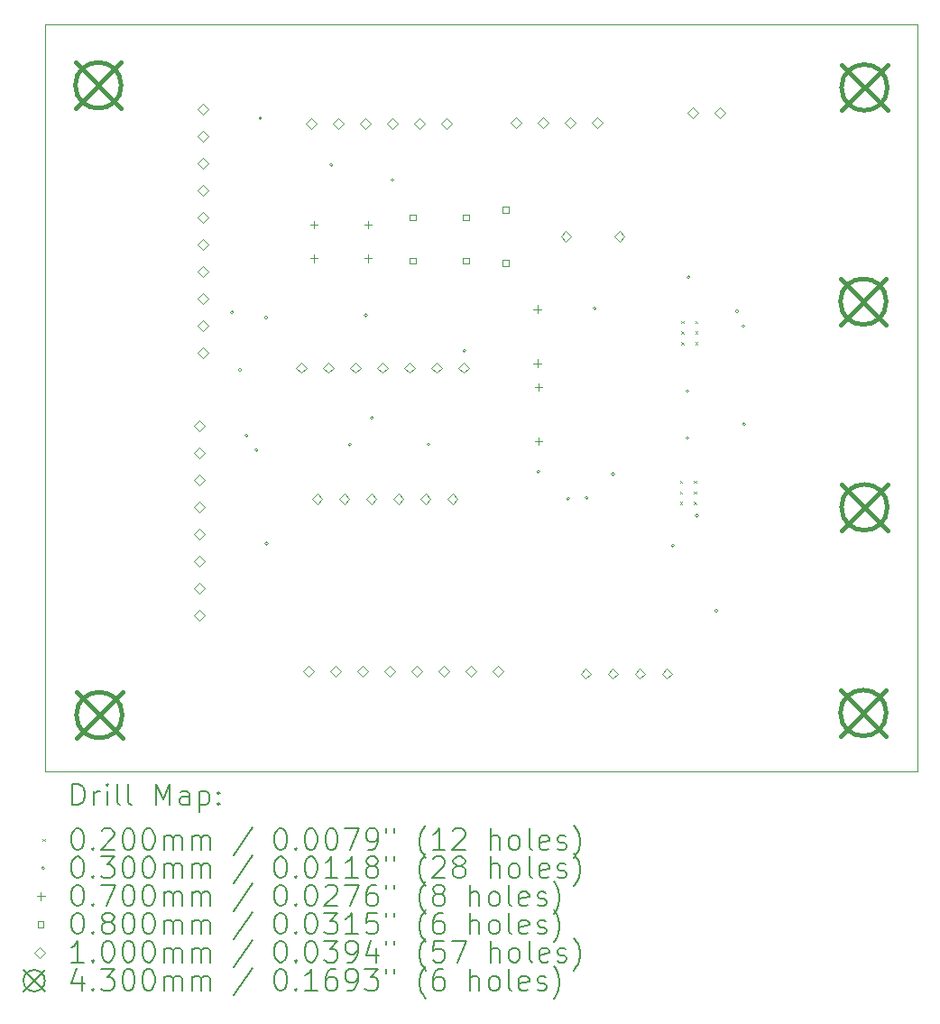
<source format=gbr>
%TF.GenerationSoftware,KiCad,Pcbnew,8.0.6-8.0.6-0~ubuntu24.04.1*%
%TF.CreationDate,2024-10-17T13:47:06+02:00*%
%TF.ProjectId,K3NG-rotator-shield,4b334e47-2d72-46f7-9461-746f722d7368,rev?*%
%TF.SameCoordinates,Original*%
%TF.FileFunction,Drillmap*%
%TF.FilePolarity,Positive*%
%FSLAX45Y45*%
G04 Gerber Fmt 4.5, Leading zero omitted, Abs format (unit mm)*
G04 Created by KiCad (PCBNEW 8.0.6-8.0.6-0~ubuntu24.04.1) date 2024-10-17 13:47:06*
%MOMM*%
%LPD*%
G01*
G04 APERTURE LIST*
%ADD10C,0.050000*%
%ADD11C,0.200000*%
%ADD12C,0.100000*%
%ADD13C,0.430000*%
G04 APERTURE END LIST*
D10*
X2580000Y-3410000D02*
X10770000Y-3410000D01*
X10770000Y-10420000D01*
X2580000Y-10420000D01*
X2580000Y-3410000D01*
D11*
D12*
X8540000Y-7691000D02*
X8560000Y-7711000D01*
X8560000Y-7691000D02*
X8540000Y-7711000D01*
X8540000Y-7791000D02*
X8560000Y-7811000D01*
X8560000Y-7791000D02*
X8540000Y-7811000D01*
X8540000Y-7891000D02*
X8560000Y-7911000D01*
X8560000Y-7891000D02*
X8540000Y-7911000D01*
X8552500Y-6190000D02*
X8572500Y-6210000D01*
X8572500Y-6190000D02*
X8552500Y-6210000D01*
X8552500Y-6290000D02*
X8572500Y-6310000D01*
X8572500Y-6290000D02*
X8552500Y-6310000D01*
X8552500Y-6390000D02*
X8572500Y-6410000D01*
X8572500Y-6390000D02*
X8552500Y-6410000D01*
X8670000Y-7691000D02*
X8690000Y-7711000D01*
X8690000Y-7691000D02*
X8670000Y-7711000D01*
X8670000Y-7791000D02*
X8690000Y-7811000D01*
X8690000Y-7791000D02*
X8670000Y-7811000D01*
X8670000Y-7891000D02*
X8690000Y-7911000D01*
X8690000Y-7891000D02*
X8670000Y-7911000D01*
X8682500Y-6190000D02*
X8702500Y-6210000D01*
X8702500Y-6190000D02*
X8682500Y-6210000D01*
X8682500Y-6290000D02*
X8702500Y-6310000D01*
X8702500Y-6290000D02*
X8682500Y-6310000D01*
X8682500Y-6390000D02*
X8702500Y-6410000D01*
X8702500Y-6390000D02*
X8682500Y-6410000D01*
X4351190Y-6111530D02*
G75*
G02*
X4321190Y-6111530I-15000J0D01*
G01*
X4321190Y-6111530D02*
G75*
G02*
X4351190Y-6111530I15000J0D01*
G01*
X4425000Y-6650000D02*
G75*
G02*
X4395000Y-6650000I-15000J0D01*
G01*
X4395000Y-6650000D02*
G75*
G02*
X4425000Y-6650000I15000J0D01*
G01*
X4485960Y-7267550D02*
G75*
G02*
X4455960Y-7267550I-15000J0D01*
G01*
X4455960Y-7267550D02*
G75*
G02*
X4485960Y-7267550I15000J0D01*
G01*
X4578920Y-7401340D02*
G75*
G02*
X4548920Y-7401340I-15000J0D01*
G01*
X4548920Y-7401340D02*
G75*
G02*
X4578920Y-7401340I15000J0D01*
G01*
X4615000Y-4290000D02*
G75*
G02*
X4585000Y-4290000I-15000J0D01*
G01*
X4585000Y-4290000D02*
G75*
G02*
X4615000Y-4290000I15000J0D01*
G01*
X4670070Y-6160850D02*
G75*
G02*
X4640070Y-6160850I-15000J0D01*
G01*
X4640070Y-6160850D02*
G75*
G02*
X4670070Y-6160850I15000J0D01*
G01*
X4675000Y-8280000D02*
G75*
G02*
X4645000Y-8280000I-15000J0D01*
G01*
X4645000Y-8280000D02*
G75*
G02*
X4675000Y-8280000I15000J0D01*
G01*
X5280240Y-4725860D02*
G75*
G02*
X5250240Y-4725860I-15000J0D01*
G01*
X5250240Y-4725860D02*
G75*
G02*
X5280240Y-4725860I15000J0D01*
G01*
X5455000Y-7350000D02*
G75*
G02*
X5425000Y-7350000I-15000J0D01*
G01*
X5425000Y-7350000D02*
G75*
G02*
X5455000Y-7350000I15000J0D01*
G01*
X5605000Y-6140000D02*
G75*
G02*
X5575000Y-6140000I-15000J0D01*
G01*
X5575000Y-6140000D02*
G75*
G02*
X5605000Y-6140000I15000J0D01*
G01*
X5663810Y-7101760D02*
G75*
G02*
X5633810Y-7101760I-15000J0D01*
G01*
X5633810Y-7101760D02*
G75*
G02*
X5663810Y-7101760I15000J0D01*
G01*
X5855000Y-4870000D02*
G75*
G02*
X5825000Y-4870000I-15000J0D01*
G01*
X5825000Y-4870000D02*
G75*
G02*
X5855000Y-4870000I15000J0D01*
G01*
X6195000Y-7350000D02*
G75*
G02*
X6165000Y-7350000I-15000J0D01*
G01*
X6165000Y-7350000D02*
G75*
G02*
X6195000Y-7350000I15000J0D01*
G01*
X6532010Y-6471230D02*
G75*
G02*
X6502010Y-6471230I-15000J0D01*
G01*
X6502010Y-6471230D02*
G75*
G02*
X6532010Y-6471230I15000J0D01*
G01*
X7225330Y-7604820D02*
G75*
G02*
X7195330Y-7604820I-15000J0D01*
G01*
X7195330Y-7604820D02*
G75*
G02*
X7225330Y-7604820I15000J0D01*
G01*
X7505000Y-7860000D02*
G75*
G02*
X7475000Y-7860000I-15000J0D01*
G01*
X7475000Y-7860000D02*
G75*
G02*
X7505000Y-7860000I15000J0D01*
G01*
X7678290Y-7850650D02*
G75*
G02*
X7648290Y-7850650I-15000J0D01*
G01*
X7648290Y-7850650D02*
G75*
G02*
X7678290Y-7850650I15000J0D01*
G01*
X7754250Y-6073610D02*
G75*
G02*
X7724250Y-6073610I-15000J0D01*
G01*
X7724250Y-6073610D02*
G75*
G02*
X7754250Y-6073610I15000J0D01*
G01*
X7925000Y-7630000D02*
G75*
G02*
X7895000Y-7630000I-15000J0D01*
G01*
X7895000Y-7630000D02*
G75*
G02*
X7925000Y-7630000I15000J0D01*
G01*
X8485000Y-8300000D02*
G75*
G02*
X8455000Y-8300000I-15000J0D01*
G01*
X8455000Y-8300000D02*
G75*
G02*
X8485000Y-8300000I15000J0D01*
G01*
X8625000Y-6850000D02*
G75*
G02*
X8595000Y-6850000I-15000J0D01*
G01*
X8595000Y-6850000D02*
G75*
G02*
X8625000Y-6850000I15000J0D01*
G01*
X8625000Y-7290000D02*
G75*
G02*
X8595000Y-7290000I-15000J0D01*
G01*
X8595000Y-7290000D02*
G75*
G02*
X8625000Y-7290000I15000J0D01*
G01*
X8635000Y-5780000D02*
G75*
G02*
X8605000Y-5780000I-15000J0D01*
G01*
X8605000Y-5780000D02*
G75*
G02*
X8635000Y-5780000I15000J0D01*
G01*
X8713640Y-8018820D02*
G75*
G02*
X8683640Y-8018820I-15000J0D01*
G01*
X8683640Y-8018820D02*
G75*
G02*
X8713640Y-8018820I15000J0D01*
G01*
X8895000Y-8910000D02*
G75*
G02*
X8865000Y-8910000I-15000J0D01*
G01*
X8865000Y-8910000D02*
G75*
G02*
X8895000Y-8910000I15000J0D01*
G01*
X9090830Y-6099720D02*
G75*
G02*
X9060830Y-6099720I-15000J0D01*
G01*
X9060830Y-6099720D02*
G75*
G02*
X9090830Y-6099720I15000J0D01*
G01*
X9148410Y-6239420D02*
G75*
G02*
X9118410Y-6239420I-15000J0D01*
G01*
X9118410Y-6239420D02*
G75*
G02*
X9148410Y-6239420I15000J0D01*
G01*
X9155000Y-7160000D02*
G75*
G02*
X9125000Y-7160000I-15000J0D01*
G01*
X9125000Y-7160000D02*
G75*
G02*
X9155000Y-7160000I15000J0D01*
G01*
X5102000Y-5255000D02*
X5102000Y-5325000D01*
X5067000Y-5290000D02*
X5137000Y-5290000D01*
X5102000Y-5570000D02*
X5102000Y-5640000D01*
X5067000Y-5605000D02*
X5137000Y-5605000D01*
X5610000Y-5255000D02*
X5610000Y-5325000D01*
X5575000Y-5290000D02*
X5645000Y-5290000D01*
X5610000Y-5570000D02*
X5610000Y-5640000D01*
X5575000Y-5605000D02*
X5645000Y-5605000D01*
X7200000Y-6045000D02*
X7200000Y-6115000D01*
X7165000Y-6080000D02*
X7235000Y-6080000D01*
X7200000Y-6553000D02*
X7200000Y-6623000D01*
X7165000Y-6588000D02*
X7235000Y-6588000D01*
X7210000Y-6774000D02*
X7210000Y-6844000D01*
X7175000Y-6809000D02*
X7245000Y-6809000D01*
X7210000Y-7282000D02*
X7210000Y-7352000D01*
X7175000Y-7317000D02*
X7245000Y-7317000D01*
X6058284Y-5248285D02*
X6058284Y-5191716D01*
X6001715Y-5191716D01*
X6001715Y-5248285D01*
X6058284Y-5248285D01*
X6058284Y-5653284D02*
X6058284Y-5596715D01*
X6001715Y-5596715D01*
X6001715Y-5653284D01*
X6058284Y-5653284D01*
X6558284Y-5248285D02*
X6558284Y-5191716D01*
X6501715Y-5191716D01*
X6501715Y-5248285D01*
X6558284Y-5248285D01*
X6558284Y-5653284D02*
X6558284Y-5596715D01*
X6501715Y-5596715D01*
X6501715Y-5653284D01*
X6558284Y-5653284D01*
X6928284Y-5178285D02*
X6928284Y-5121716D01*
X6871715Y-5121716D01*
X6871715Y-5178285D01*
X6928284Y-5178285D01*
X6928284Y-5678284D02*
X6928284Y-5621715D01*
X6871715Y-5621715D01*
X6871715Y-5678284D01*
X6928284Y-5678284D01*
X4030000Y-7226000D02*
X4080000Y-7176000D01*
X4030000Y-7126000D01*
X3980000Y-7176000D01*
X4030000Y-7226000D01*
X4030000Y-7480000D02*
X4080000Y-7430000D01*
X4030000Y-7380000D01*
X3980000Y-7430000D01*
X4030000Y-7480000D01*
X4030000Y-7734000D02*
X4080000Y-7684000D01*
X4030000Y-7634000D01*
X3980000Y-7684000D01*
X4030000Y-7734000D01*
X4030000Y-7988000D02*
X4080000Y-7938000D01*
X4030000Y-7888000D01*
X3980000Y-7938000D01*
X4030000Y-7988000D01*
X4030000Y-8242000D02*
X4080000Y-8192000D01*
X4030000Y-8142000D01*
X3980000Y-8192000D01*
X4030000Y-8242000D01*
X4030000Y-8496000D02*
X4080000Y-8446000D01*
X4030000Y-8396000D01*
X3980000Y-8446000D01*
X4030000Y-8496000D01*
X4030000Y-8750000D02*
X4080000Y-8700000D01*
X4030000Y-8650000D01*
X3980000Y-8700000D01*
X4030000Y-8750000D01*
X4030000Y-9004000D02*
X4080000Y-8954000D01*
X4030000Y-8904000D01*
X3980000Y-8954000D01*
X4030000Y-9004000D01*
X4060000Y-4252000D02*
X4110000Y-4202000D01*
X4060000Y-4152000D01*
X4010000Y-4202000D01*
X4060000Y-4252000D01*
X4060000Y-4506000D02*
X4110000Y-4456000D01*
X4060000Y-4406000D01*
X4010000Y-4456000D01*
X4060000Y-4506000D01*
X4060000Y-4760000D02*
X4110000Y-4710000D01*
X4060000Y-4660000D01*
X4010000Y-4710000D01*
X4060000Y-4760000D01*
X4060000Y-5014000D02*
X4110000Y-4964000D01*
X4060000Y-4914000D01*
X4010000Y-4964000D01*
X4060000Y-5014000D01*
X4060000Y-5268000D02*
X4110000Y-5218000D01*
X4060000Y-5168000D01*
X4010000Y-5218000D01*
X4060000Y-5268000D01*
X4060000Y-5522000D02*
X4110000Y-5472000D01*
X4060000Y-5422000D01*
X4010000Y-5472000D01*
X4060000Y-5522000D01*
X4060000Y-5776000D02*
X4110000Y-5726000D01*
X4060000Y-5676000D01*
X4010000Y-5726000D01*
X4060000Y-5776000D01*
X4060000Y-6030000D02*
X4110000Y-5980000D01*
X4060000Y-5930000D01*
X4010000Y-5980000D01*
X4060000Y-6030000D01*
X4060000Y-6284000D02*
X4110000Y-6234000D01*
X4060000Y-6184000D01*
X4010000Y-6234000D01*
X4060000Y-6284000D01*
X4060000Y-6538000D02*
X4110000Y-6488000D01*
X4060000Y-6438000D01*
X4010000Y-6488000D01*
X4060000Y-6538000D01*
X4986000Y-6680000D02*
X5036000Y-6630000D01*
X4986000Y-6580000D01*
X4936000Y-6630000D01*
X4986000Y-6680000D01*
X5052000Y-9530000D02*
X5102000Y-9480000D01*
X5052000Y-9430000D01*
X5002000Y-9480000D01*
X5052000Y-9530000D01*
X5076000Y-4390000D02*
X5126000Y-4340000D01*
X5076000Y-4290000D01*
X5026000Y-4340000D01*
X5076000Y-4390000D01*
X5134000Y-7910000D02*
X5184000Y-7860000D01*
X5134000Y-7810000D01*
X5084000Y-7860000D01*
X5134000Y-7910000D01*
X5240000Y-6680000D02*
X5290000Y-6630000D01*
X5240000Y-6580000D01*
X5190000Y-6630000D01*
X5240000Y-6680000D01*
X5306000Y-9530000D02*
X5356000Y-9480000D01*
X5306000Y-9430000D01*
X5256000Y-9480000D01*
X5306000Y-9530000D01*
X5330000Y-4390000D02*
X5380000Y-4340000D01*
X5330000Y-4290000D01*
X5280000Y-4340000D01*
X5330000Y-4390000D01*
X5388000Y-7910000D02*
X5438000Y-7860000D01*
X5388000Y-7810000D01*
X5338000Y-7860000D01*
X5388000Y-7910000D01*
X5494000Y-6680000D02*
X5544000Y-6630000D01*
X5494000Y-6580000D01*
X5444000Y-6630000D01*
X5494000Y-6680000D01*
X5560000Y-9530000D02*
X5610000Y-9480000D01*
X5560000Y-9430000D01*
X5510000Y-9480000D01*
X5560000Y-9530000D01*
X5584000Y-4390000D02*
X5634000Y-4340000D01*
X5584000Y-4290000D01*
X5534000Y-4340000D01*
X5584000Y-4390000D01*
X5642000Y-7910000D02*
X5692000Y-7860000D01*
X5642000Y-7810000D01*
X5592000Y-7860000D01*
X5642000Y-7910000D01*
X5748000Y-6680000D02*
X5798000Y-6630000D01*
X5748000Y-6580000D01*
X5698000Y-6630000D01*
X5748000Y-6680000D01*
X5814000Y-9530000D02*
X5864000Y-9480000D01*
X5814000Y-9430000D01*
X5764000Y-9480000D01*
X5814000Y-9530000D01*
X5838000Y-4390000D02*
X5888000Y-4340000D01*
X5838000Y-4290000D01*
X5788000Y-4340000D01*
X5838000Y-4390000D01*
X5896000Y-7910000D02*
X5946000Y-7860000D01*
X5896000Y-7810000D01*
X5846000Y-7860000D01*
X5896000Y-7910000D01*
X6002000Y-6680000D02*
X6052000Y-6630000D01*
X6002000Y-6580000D01*
X5952000Y-6630000D01*
X6002000Y-6680000D01*
X6068000Y-9530000D02*
X6118000Y-9480000D01*
X6068000Y-9430000D01*
X6018000Y-9480000D01*
X6068000Y-9530000D01*
X6092000Y-4390000D02*
X6142000Y-4340000D01*
X6092000Y-4290000D01*
X6042000Y-4340000D01*
X6092000Y-4390000D01*
X6150000Y-7910000D02*
X6200000Y-7860000D01*
X6150000Y-7810000D01*
X6100000Y-7860000D01*
X6150000Y-7910000D01*
X6256000Y-6680000D02*
X6306000Y-6630000D01*
X6256000Y-6580000D01*
X6206000Y-6630000D01*
X6256000Y-6680000D01*
X6322000Y-9530000D02*
X6372000Y-9480000D01*
X6322000Y-9430000D01*
X6272000Y-9480000D01*
X6322000Y-9530000D01*
X6346000Y-4390000D02*
X6396000Y-4340000D01*
X6346000Y-4290000D01*
X6296000Y-4340000D01*
X6346000Y-4390000D01*
X6404000Y-7910000D02*
X6454000Y-7860000D01*
X6404000Y-7810000D01*
X6354000Y-7860000D01*
X6404000Y-7910000D01*
X6510000Y-6680000D02*
X6560000Y-6630000D01*
X6510000Y-6580000D01*
X6460000Y-6630000D01*
X6510000Y-6680000D01*
X6576000Y-9530000D02*
X6626000Y-9480000D01*
X6576000Y-9430000D01*
X6526000Y-9480000D01*
X6576000Y-9530000D01*
X6830000Y-9530000D02*
X6880000Y-9480000D01*
X6830000Y-9430000D01*
X6780000Y-9480000D01*
X6830000Y-9530000D01*
X7002000Y-4380000D02*
X7052000Y-4330000D01*
X7002000Y-4280000D01*
X6952000Y-4330000D01*
X7002000Y-4380000D01*
X7256000Y-4380000D02*
X7306000Y-4330000D01*
X7256000Y-4280000D01*
X7206000Y-4330000D01*
X7256000Y-4380000D01*
X7470000Y-5450000D02*
X7520000Y-5400000D01*
X7470000Y-5350000D01*
X7420000Y-5400000D01*
X7470000Y-5450000D01*
X7510000Y-4380000D02*
X7560000Y-4330000D01*
X7510000Y-4280000D01*
X7460000Y-4330000D01*
X7510000Y-4380000D01*
X7656000Y-9550000D02*
X7706000Y-9500000D01*
X7656000Y-9450000D01*
X7606000Y-9500000D01*
X7656000Y-9550000D01*
X7764000Y-4380000D02*
X7814000Y-4330000D01*
X7764000Y-4280000D01*
X7714000Y-4330000D01*
X7764000Y-4380000D01*
X7910000Y-9550000D02*
X7960000Y-9500000D01*
X7910000Y-9450000D01*
X7860000Y-9500000D01*
X7910000Y-9550000D01*
X7970000Y-5450000D02*
X8020000Y-5400000D01*
X7970000Y-5350000D01*
X7920000Y-5400000D01*
X7970000Y-5450000D01*
X8164000Y-9550000D02*
X8214000Y-9500000D01*
X8164000Y-9450000D01*
X8114000Y-9500000D01*
X8164000Y-9550000D01*
X8418000Y-9550000D02*
X8468000Y-9500000D01*
X8418000Y-9450000D01*
X8368000Y-9500000D01*
X8418000Y-9550000D01*
X8662500Y-4290000D02*
X8712500Y-4240000D01*
X8662500Y-4190000D01*
X8612500Y-4240000D01*
X8662500Y-4290000D01*
X8916500Y-4290000D02*
X8966500Y-4240000D01*
X8916500Y-4190000D01*
X8866500Y-4240000D01*
X8916500Y-4290000D01*
D13*
X2865000Y-3765000D02*
X3295000Y-4195000D01*
X3295000Y-3765000D02*
X2865000Y-4195000D01*
X3295000Y-3980000D02*
G75*
G02*
X2865000Y-3980000I-215000J0D01*
G01*
X2865000Y-3980000D02*
G75*
G02*
X3295000Y-3980000I215000J0D01*
G01*
X2875000Y-9675000D02*
X3305000Y-10105000D01*
X3305000Y-9675000D02*
X2875000Y-10105000D01*
X3305000Y-9890000D02*
G75*
G02*
X2875000Y-9890000I-215000J0D01*
G01*
X2875000Y-9890000D02*
G75*
G02*
X3305000Y-9890000I215000J0D01*
G01*
X10045000Y-5795000D02*
X10475000Y-6225000D01*
X10475000Y-5795000D02*
X10045000Y-6225000D01*
X10475000Y-6010000D02*
G75*
G02*
X10045000Y-6010000I-215000J0D01*
G01*
X10045000Y-6010000D02*
G75*
G02*
X10475000Y-6010000I215000J0D01*
G01*
X10045000Y-9655000D02*
X10475000Y-10085000D01*
X10475000Y-9655000D02*
X10045000Y-10085000D01*
X10475000Y-9870000D02*
G75*
G02*
X10045000Y-9870000I-215000J0D01*
G01*
X10045000Y-9870000D02*
G75*
G02*
X10475000Y-9870000I215000J0D01*
G01*
X10055000Y-3785000D02*
X10485000Y-4215000D01*
X10485000Y-3785000D02*
X10055000Y-4215000D01*
X10485000Y-4000000D02*
G75*
G02*
X10055000Y-4000000I-215000J0D01*
G01*
X10055000Y-4000000D02*
G75*
G02*
X10485000Y-4000000I215000J0D01*
G01*
X10055000Y-7725000D02*
X10485000Y-8155000D01*
X10485000Y-7725000D02*
X10055000Y-8155000D01*
X10485000Y-7940000D02*
G75*
G02*
X10055000Y-7940000I-215000J0D01*
G01*
X10055000Y-7940000D02*
G75*
G02*
X10485000Y-7940000I215000J0D01*
G01*
D11*
X2838277Y-10733984D02*
X2838277Y-10533984D01*
X2838277Y-10533984D02*
X2885896Y-10533984D01*
X2885896Y-10533984D02*
X2914467Y-10543508D01*
X2914467Y-10543508D02*
X2933515Y-10562555D01*
X2933515Y-10562555D02*
X2943039Y-10581603D01*
X2943039Y-10581603D02*
X2952562Y-10619698D01*
X2952562Y-10619698D02*
X2952562Y-10648270D01*
X2952562Y-10648270D02*
X2943039Y-10686365D01*
X2943039Y-10686365D02*
X2933515Y-10705412D01*
X2933515Y-10705412D02*
X2914467Y-10724460D01*
X2914467Y-10724460D02*
X2885896Y-10733984D01*
X2885896Y-10733984D02*
X2838277Y-10733984D01*
X3038277Y-10733984D02*
X3038277Y-10600650D01*
X3038277Y-10638746D02*
X3047801Y-10619698D01*
X3047801Y-10619698D02*
X3057324Y-10610174D01*
X3057324Y-10610174D02*
X3076372Y-10600650D01*
X3076372Y-10600650D02*
X3095420Y-10600650D01*
X3162086Y-10733984D02*
X3162086Y-10600650D01*
X3162086Y-10533984D02*
X3152562Y-10543508D01*
X3152562Y-10543508D02*
X3162086Y-10553031D01*
X3162086Y-10553031D02*
X3171610Y-10543508D01*
X3171610Y-10543508D02*
X3162086Y-10533984D01*
X3162086Y-10533984D02*
X3162086Y-10553031D01*
X3285896Y-10733984D02*
X3266848Y-10724460D01*
X3266848Y-10724460D02*
X3257324Y-10705412D01*
X3257324Y-10705412D02*
X3257324Y-10533984D01*
X3390658Y-10733984D02*
X3371610Y-10724460D01*
X3371610Y-10724460D02*
X3362086Y-10705412D01*
X3362086Y-10705412D02*
X3362086Y-10533984D01*
X3619229Y-10733984D02*
X3619229Y-10533984D01*
X3619229Y-10533984D02*
X3685896Y-10676841D01*
X3685896Y-10676841D02*
X3752562Y-10533984D01*
X3752562Y-10533984D02*
X3752562Y-10733984D01*
X3933515Y-10733984D02*
X3933515Y-10629222D01*
X3933515Y-10629222D02*
X3923991Y-10610174D01*
X3923991Y-10610174D02*
X3904943Y-10600650D01*
X3904943Y-10600650D02*
X3866848Y-10600650D01*
X3866848Y-10600650D02*
X3847801Y-10610174D01*
X3933515Y-10724460D02*
X3914467Y-10733984D01*
X3914467Y-10733984D02*
X3866848Y-10733984D01*
X3866848Y-10733984D02*
X3847801Y-10724460D01*
X3847801Y-10724460D02*
X3838277Y-10705412D01*
X3838277Y-10705412D02*
X3838277Y-10686365D01*
X3838277Y-10686365D02*
X3847801Y-10667317D01*
X3847801Y-10667317D02*
X3866848Y-10657793D01*
X3866848Y-10657793D02*
X3914467Y-10657793D01*
X3914467Y-10657793D02*
X3933515Y-10648270D01*
X4028753Y-10600650D02*
X4028753Y-10800650D01*
X4028753Y-10610174D02*
X4047801Y-10600650D01*
X4047801Y-10600650D02*
X4085896Y-10600650D01*
X4085896Y-10600650D02*
X4104943Y-10610174D01*
X4104943Y-10610174D02*
X4114467Y-10619698D01*
X4114467Y-10619698D02*
X4123991Y-10638746D01*
X4123991Y-10638746D02*
X4123991Y-10695889D01*
X4123991Y-10695889D02*
X4114467Y-10714936D01*
X4114467Y-10714936D02*
X4104943Y-10724460D01*
X4104943Y-10724460D02*
X4085896Y-10733984D01*
X4085896Y-10733984D02*
X4047801Y-10733984D01*
X4047801Y-10733984D02*
X4028753Y-10724460D01*
X4209705Y-10714936D02*
X4219229Y-10724460D01*
X4219229Y-10724460D02*
X4209705Y-10733984D01*
X4209705Y-10733984D02*
X4200182Y-10724460D01*
X4200182Y-10724460D02*
X4209705Y-10714936D01*
X4209705Y-10714936D02*
X4209705Y-10733984D01*
X4209705Y-10610174D02*
X4219229Y-10619698D01*
X4219229Y-10619698D02*
X4209705Y-10629222D01*
X4209705Y-10629222D02*
X4200182Y-10619698D01*
X4200182Y-10619698D02*
X4209705Y-10610174D01*
X4209705Y-10610174D02*
X4209705Y-10629222D01*
D12*
X2557500Y-11052500D02*
X2577500Y-11072500D01*
X2577500Y-11052500D02*
X2557500Y-11072500D01*
D11*
X2876372Y-10953984D02*
X2895420Y-10953984D01*
X2895420Y-10953984D02*
X2914467Y-10963508D01*
X2914467Y-10963508D02*
X2923991Y-10973031D01*
X2923991Y-10973031D02*
X2933515Y-10992079D01*
X2933515Y-10992079D02*
X2943039Y-11030174D01*
X2943039Y-11030174D02*
X2943039Y-11077793D01*
X2943039Y-11077793D02*
X2933515Y-11115889D01*
X2933515Y-11115889D02*
X2923991Y-11134936D01*
X2923991Y-11134936D02*
X2914467Y-11144460D01*
X2914467Y-11144460D02*
X2895420Y-11153984D01*
X2895420Y-11153984D02*
X2876372Y-11153984D01*
X2876372Y-11153984D02*
X2857324Y-11144460D01*
X2857324Y-11144460D02*
X2847801Y-11134936D01*
X2847801Y-11134936D02*
X2838277Y-11115889D01*
X2838277Y-11115889D02*
X2828753Y-11077793D01*
X2828753Y-11077793D02*
X2828753Y-11030174D01*
X2828753Y-11030174D02*
X2838277Y-10992079D01*
X2838277Y-10992079D02*
X2847801Y-10973031D01*
X2847801Y-10973031D02*
X2857324Y-10963508D01*
X2857324Y-10963508D02*
X2876372Y-10953984D01*
X3028753Y-11134936D02*
X3038277Y-11144460D01*
X3038277Y-11144460D02*
X3028753Y-11153984D01*
X3028753Y-11153984D02*
X3019229Y-11144460D01*
X3019229Y-11144460D02*
X3028753Y-11134936D01*
X3028753Y-11134936D02*
X3028753Y-11153984D01*
X3114467Y-10973031D02*
X3123991Y-10963508D01*
X3123991Y-10963508D02*
X3143039Y-10953984D01*
X3143039Y-10953984D02*
X3190658Y-10953984D01*
X3190658Y-10953984D02*
X3209705Y-10963508D01*
X3209705Y-10963508D02*
X3219229Y-10973031D01*
X3219229Y-10973031D02*
X3228753Y-10992079D01*
X3228753Y-10992079D02*
X3228753Y-11011127D01*
X3228753Y-11011127D02*
X3219229Y-11039698D01*
X3219229Y-11039698D02*
X3104943Y-11153984D01*
X3104943Y-11153984D02*
X3228753Y-11153984D01*
X3352562Y-10953984D02*
X3371610Y-10953984D01*
X3371610Y-10953984D02*
X3390658Y-10963508D01*
X3390658Y-10963508D02*
X3400182Y-10973031D01*
X3400182Y-10973031D02*
X3409705Y-10992079D01*
X3409705Y-10992079D02*
X3419229Y-11030174D01*
X3419229Y-11030174D02*
X3419229Y-11077793D01*
X3419229Y-11077793D02*
X3409705Y-11115889D01*
X3409705Y-11115889D02*
X3400182Y-11134936D01*
X3400182Y-11134936D02*
X3390658Y-11144460D01*
X3390658Y-11144460D02*
X3371610Y-11153984D01*
X3371610Y-11153984D02*
X3352562Y-11153984D01*
X3352562Y-11153984D02*
X3333515Y-11144460D01*
X3333515Y-11144460D02*
X3323991Y-11134936D01*
X3323991Y-11134936D02*
X3314467Y-11115889D01*
X3314467Y-11115889D02*
X3304943Y-11077793D01*
X3304943Y-11077793D02*
X3304943Y-11030174D01*
X3304943Y-11030174D02*
X3314467Y-10992079D01*
X3314467Y-10992079D02*
X3323991Y-10973031D01*
X3323991Y-10973031D02*
X3333515Y-10963508D01*
X3333515Y-10963508D02*
X3352562Y-10953984D01*
X3543039Y-10953984D02*
X3562086Y-10953984D01*
X3562086Y-10953984D02*
X3581134Y-10963508D01*
X3581134Y-10963508D02*
X3590658Y-10973031D01*
X3590658Y-10973031D02*
X3600182Y-10992079D01*
X3600182Y-10992079D02*
X3609705Y-11030174D01*
X3609705Y-11030174D02*
X3609705Y-11077793D01*
X3609705Y-11077793D02*
X3600182Y-11115889D01*
X3600182Y-11115889D02*
X3590658Y-11134936D01*
X3590658Y-11134936D02*
X3581134Y-11144460D01*
X3581134Y-11144460D02*
X3562086Y-11153984D01*
X3562086Y-11153984D02*
X3543039Y-11153984D01*
X3543039Y-11153984D02*
X3523991Y-11144460D01*
X3523991Y-11144460D02*
X3514467Y-11134936D01*
X3514467Y-11134936D02*
X3504943Y-11115889D01*
X3504943Y-11115889D02*
X3495420Y-11077793D01*
X3495420Y-11077793D02*
X3495420Y-11030174D01*
X3495420Y-11030174D02*
X3504943Y-10992079D01*
X3504943Y-10992079D02*
X3514467Y-10973031D01*
X3514467Y-10973031D02*
X3523991Y-10963508D01*
X3523991Y-10963508D02*
X3543039Y-10953984D01*
X3695420Y-11153984D02*
X3695420Y-11020650D01*
X3695420Y-11039698D02*
X3704943Y-11030174D01*
X3704943Y-11030174D02*
X3723991Y-11020650D01*
X3723991Y-11020650D02*
X3752563Y-11020650D01*
X3752563Y-11020650D02*
X3771610Y-11030174D01*
X3771610Y-11030174D02*
X3781134Y-11049222D01*
X3781134Y-11049222D02*
X3781134Y-11153984D01*
X3781134Y-11049222D02*
X3790658Y-11030174D01*
X3790658Y-11030174D02*
X3809705Y-11020650D01*
X3809705Y-11020650D02*
X3838277Y-11020650D01*
X3838277Y-11020650D02*
X3857324Y-11030174D01*
X3857324Y-11030174D02*
X3866848Y-11049222D01*
X3866848Y-11049222D02*
X3866848Y-11153984D01*
X3962086Y-11153984D02*
X3962086Y-11020650D01*
X3962086Y-11039698D02*
X3971610Y-11030174D01*
X3971610Y-11030174D02*
X3990658Y-11020650D01*
X3990658Y-11020650D02*
X4019229Y-11020650D01*
X4019229Y-11020650D02*
X4038277Y-11030174D01*
X4038277Y-11030174D02*
X4047801Y-11049222D01*
X4047801Y-11049222D02*
X4047801Y-11153984D01*
X4047801Y-11049222D02*
X4057324Y-11030174D01*
X4057324Y-11030174D02*
X4076372Y-11020650D01*
X4076372Y-11020650D02*
X4104943Y-11020650D01*
X4104943Y-11020650D02*
X4123991Y-11030174D01*
X4123991Y-11030174D02*
X4133515Y-11049222D01*
X4133515Y-11049222D02*
X4133515Y-11153984D01*
X4523991Y-10944460D02*
X4352563Y-11201603D01*
X4781134Y-10953984D02*
X4800182Y-10953984D01*
X4800182Y-10953984D02*
X4819229Y-10963508D01*
X4819229Y-10963508D02*
X4828753Y-10973031D01*
X4828753Y-10973031D02*
X4838277Y-10992079D01*
X4838277Y-10992079D02*
X4847801Y-11030174D01*
X4847801Y-11030174D02*
X4847801Y-11077793D01*
X4847801Y-11077793D02*
X4838277Y-11115889D01*
X4838277Y-11115889D02*
X4828753Y-11134936D01*
X4828753Y-11134936D02*
X4819229Y-11144460D01*
X4819229Y-11144460D02*
X4800182Y-11153984D01*
X4800182Y-11153984D02*
X4781134Y-11153984D01*
X4781134Y-11153984D02*
X4762087Y-11144460D01*
X4762087Y-11144460D02*
X4752563Y-11134936D01*
X4752563Y-11134936D02*
X4743039Y-11115889D01*
X4743039Y-11115889D02*
X4733515Y-11077793D01*
X4733515Y-11077793D02*
X4733515Y-11030174D01*
X4733515Y-11030174D02*
X4743039Y-10992079D01*
X4743039Y-10992079D02*
X4752563Y-10973031D01*
X4752563Y-10973031D02*
X4762087Y-10963508D01*
X4762087Y-10963508D02*
X4781134Y-10953984D01*
X4933515Y-11134936D02*
X4943039Y-11144460D01*
X4943039Y-11144460D02*
X4933515Y-11153984D01*
X4933515Y-11153984D02*
X4923991Y-11144460D01*
X4923991Y-11144460D02*
X4933515Y-11134936D01*
X4933515Y-11134936D02*
X4933515Y-11153984D01*
X5066848Y-10953984D02*
X5085896Y-10953984D01*
X5085896Y-10953984D02*
X5104944Y-10963508D01*
X5104944Y-10963508D02*
X5114468Y-10973031D01*
X5114468Y-10973031D02*
X5123991Y-10992079D01*
X5123991Y-10992079D02*
X5133515Y-11030174D01*
X5133515Y-11030174D02*
X5133515Y-11077793D01*
X5133515Y-11077793D02*
X5123991Y-11115889D01*
X5123991Y-11115889D02*
X5114468Y-11134936D01*
X5114468Y-11134936D02*
X5104944Y-11144460D01*
X5104944Y-11144460D02*
X5085896Y-11153984D01*
X5085896Y-11153984D02*
X5066848Y-11153984D01*
X5066848Y-11153984D02*
X5047801Y-11144460D01*
X5047801Y-11144460D02*
X5038277Y-11134936D01*
X5038277Y-11134936D02*
X5028753Y-11115889D01*
X5028753Y-11115889D02*
X5019229Y-11077793D01*
X5019229Y-11077793D02*
X5019229Y-11030174D01*
X5019229Y-11030174D02*
X5028753Y-10992079D01*
X5028753Y-10992079D02*
X5038277Y-10973031D01*
X5038277Y-10973031D02*
X5047801Y-10963508D01*
X5047801Y-10963508D02*
X5066848Y-10953984D01*
X5257325Y-10953984D02*
X5276372Y-10953984D01*
X5276372Y-10953984D02*
X5295420Y-10963508D01*
X5295420Y-10963508D02*
X5304944Y-10973031D01*
X5304944Y-10973031D02*
X5314468Y-10992079D01*
X5314468Y-10992079D02*
X5323991Y-11030174D01*
X5323991Y-11030174D02*
X5323991Y-11077793D01*
X5323991Y-11077793D02*
X5314468Y-11115889D01*
X5314468Y-11115889D02*
X5304944Y-11134936D01*
X5304944Y-11134936D02*
X5295420Y-11144460D01*
X5295420Y-11144460D02*
X5276372Y-11153984D01*
X5276372Y-11153984D02*
X5257325Y-11153984D01*
X5257325Y-11153984D02*
X5238277Y-11144460D01*
X5238277Y-11144460D02*
X5228753Y-11134936D01*
X5228753Y-11134936D02*
X5219229Y-11115889D01*
X5219229Y-11115889D02*
X5209706Y-11077793D01*
X5209706Y-11077793D02*
X5209706Y-11030174D01*
X5209706Y-11030174D02*
X5219229Y-10992079D01*
X5219229Y-10992079D02*
X5228753Y-10973031D01*
X5228753Y-10973031D02*
X5238277Y-10963508D01*
X5238277Y-10963508D02*
X5257325Y-10953984D01*
X5390658Y-10953984D02*
X5523991Y-10953984D01*
X5523991Y-10953984D02*
X5438277Y-11153984D01*
X5609706Y-11153984D02*
X5647801Y-11153984D01*
X5647801Y-11153984D02*
X5666848Y-11144460D01*
X5666848Y-11144460D02*
X5676372Y-11134936D01*
X5676372Y-11134936D02*
X5695420Y-11106365D01*
X5695420Y-11106365D02*
X5704944Y-11068270D01*
X5704944Y-11068270D02*
X5704944Y-10992079D01*
X5704944Y-10992079D02*
X5695420Y-10973031D01*
X5695420Y-10973031D02*
X5685896Y-10963508D01*
X5685896Y-10963508D02*
X5666848Y-10953984D01*
X5666848Y-10953984D02*
X5628753Y-10953984D01*
X5628753Y-10953984D02*
X5609706Y-10963508D01*
X5609706Y-10963508D02*
X5600182Y-10973031D01*
X5600182Y-10973031D02*
X5590658Y-10992079D01*
X5590658Y-10992079D02*
X5590658Y-11039698D01*
X5590658Y-11039698D02*
X5600182Y-11058746D01*
X5600182Y-11058746D02*
X5609706Y-11068270D01*
X5609706Y-11068270D02*
X5628753Y-11077793D01*
X5628753Y-11077793D02*
X5666848Y-11077793D01*
X5666848Y-11077793D02*
X5685896Y-11068270D01*
X5685896Y-11068270D02*
X5695420Y-11058746D01*
X5695420Y-11058746D02*
X5704944Y-11039698D01*
X5781134Y-10953984D02*
X5781134Y-10992079D01*
X5857325Y-10953984D02*
X5857325Y-10992079D01*
X6152563Y-11230174D02*
X6143039Y-11220650D01*
X6143039Y-11220650D02*
X6123991Y-11192079D01*
X6123991Y-11192079D02*
X6114468Y-11173031D01*
X6114468Y-11173031D02*
X6104944Y-11144460D01*
X6104944Y-11144460D02*
X6095420Y-11096841D01*
X6095420Y-11096841D02*
X6095420Y-11058746D01*
X6095420Y-11058746D02*
X6104944Y-11011127D01*
X6104944Y-11011127D02*
X6114468Y-10982555D01*
X6114468Y-10982555D02*
X6123991Y-10963508D01*
X6123991Y-10963508D02*
X6143039Y-10934936D01*
X6143039Y-10934936D02*
X6152563Y-10925412D01*
X6333515Y-11153984D02*
X6219229Y-11153984D01*
X6276372Y-11153984D02*
X6276372Y-10953984D01*
X6276372Y-10953984D02*
X6257325Y-10982555D01*
X6257325Y-10982555D02*
X6238277Y-11001603D01*
X6238277Y-11001603D02*
X6219229Y-11011127D01*
X6409706Y-10973031D02*
X6419229Y-10963508D01*
X6419229Y-10963508D02*
X6438277Y-10953984D01*
X6438277Y-10953984D02*
X6485896Y-10953984D01*
X6485896Y-10953984D02*
X6504944Y-10963508D01*
X6504944Y-10963508D02*
X6514468Y-10973031D01*
X6514468Y-10973031D02*
X6523991Y-10992079D01*
X6523991Y-10992079D02*
X6523991Y-11011127D01*
X6523991Y-11011127D02*
X6514468Y-11039698D01*
X6514468Y-11039698D02*
X6400182Y-11153984D01*
X6400182Y-11153984D02*
X6523991Y-11153984D01*
X6762087Y-11153984D02*
X6762087Y-10953984D01*
X6847801Y-11153984D02*
X6847801Y-11049222D01*
X6847801Y-11049222D02*
X6838277Y-11030174D01*
X6838277Y-11030174D02*
X6819230Y-11020650D01*
X6819230Y-11020650D02*
X6790658Y-11020650D01*
X6790658Y-11020650D02*
X6771610Y-11030174D01*
X6771610Y-11030174D02*
X6762087Y-11039698D01*
X6971610Y-11153984D02*
X6952563Y-11144460D01*
X6952563Y-11144460D02*
X6943039Y-11134936D01*
X6943039Y-11134936D02*
X6933515Y-11115889D01*
X6933515Y-11115889D02*
X6933515Y-11058746D01*
X6933515Y-11058746D02*
X6943039Y-11039698D01*
X6943039Y-11039698D02*
X6952563Y-11030174D01*
X6952563Y-11030174D02*
X6971610Y-11020650D01*
X6971610Y-11020650D02*
X7000182Y-11020650D01*
X7000182Y-11020650D02*
X7019230Y-11030174D01*
X7019230Y-11030174D02*
X7028753Y-11039698D01*
X7028753Y-11039698D02*
X7038277Y-11058746D01*
X7038277Y-11058746D02*
X7038277Y-11115889D01*
X7038277Y-11115889D02*
X7028753Y-11134936D01*
X7028753Y-11134936D02*
X7019230Y-11144460D01*
X7019230Y-11144460D02*
X7000182Y-11153984D01*
X7000182Y-11153984D02*
X6971610Y-11153984D01*
X7152563Y-11153984D02*
X7133515Y-11144460D01*
X7133515Y-11144460D02*
X7123991Y-11125412D01*
X7123991Y-11125412D02*
X7123991Y-10953984D01*
X7304944Y-11144460D02*
X7285896Y-11153984D01*
X7285896Y-11153984D02*
X7247801Y-11153984D01*
X7247801Y-11153984D02*
X7228753Y-11144460D01*
X7228753Y-11144460D02*
X7219230Y-11125412D01*
X7219230Y-11125412D02*
X7219230Y-11049222D01*
X7219230Y-11049222D02*
X7228753Y-11030174D01*
X7228753Y-11030174D02*
X7247801Y-11020650D01*
X7247801Y-11020650D02*
X7285896Y-11020650D01*
X7285896Y-11020650D02*
X7304944Y-11030174D01*
X7304944Y-11030174D02*
X7314468Y-11049222D01*
X7314468Y-11049222D02*
X7314468Y-11068270D01*
X7314468Y-11068270D02*
X7219230Y-11087317D01*
X7390658Y-11144460D02*
X7409706Y-11153984D01*
X7409706Y-11153984D02*
X7447801Y-11153984D01*
X7447801Y-11153984D02*
X7466849Y-11144460D01*
X7466849Y-11144460D02*
X7476372Y-11125412D01*
X7476372Y-11125412D02*
X7476372Y-11115889D01*
X7476372Y-11115889D02*
X7466849Y-11096841D01*
X7466849Y-11096841D02*
X7447801Y-11087317D01*
X7447801Y-11087317D02*
X7419230Y-11087317D01*
X7419230Y-11087317D02*
X7400182Y-11077793D01*
X7400182Y-11077793D02*
X7390658Y-11058746D01*
X7390658Y-11058746D02*
X7390658Y-11049222D01*
X7390658Y-11049222D02*
X7400182Y-11030174D01*
X7400182Y-11030174D02*
X7419230Y-11020650D01*
X7419230Y-11020650D02*
X7447801Y-11020650D01*
X7447801Y-11020650D02*
X7466849Y-11030174D01*
X7543039Y-11230174D02*
X7552563Y-11220650D01*
X7552563Y-11220650D02*
X7571611Y-11192079D01*
X7571611Y-11192079D02*
X7581134Y-11173031D01*
X7581134Y-11173031D02*
X7590658Y-11144460D01*
X7590658Y-11144460D02*
X7600182Y-11096841D01*
X7600182Y-11096841D02*
X7600182Y-11058746D01*
X7600182Y-11058746D02*
X7590658Y-11011127D01*
X7590658Y-11011127D02*
X7581134Y-10982555D01*
X7581134Y-10982555D02*
X7571611Y-10963508D01*
X7571611Y-10963508D02*
X7552563Y-10934936D01*
X7552563Y-10934936D02*
X7543039Y-10925412D01*
D12*
X2577500Y-11326500D02*
G75*
G02*
X2547500Y-11326500I-15000J0D01*
G01*
X2547500Y-11326500D02*
G75*
G02*
X2577500Y-11326500I15000J0D01*
G01*
D11*
X2876372Y-11217984D02*
X2895420Y-11217984D01*
X2895420Y-11217984D02*
X2914467Y-11227508D01*
X2914467Y-11227508D02*
X2923991Y-11237031D01*
X2923991Y-11237031D02*
X2933515Y-11256079D01*
X2933515Y-11256079D02*
X2943039Y-11294174D01*
X2943039Y-11294174D02*
X2943039Y-11341793D01*
X2943039Y-11341793D02*
X2933515Y-11379888D01*
X2933515Y-11379888D02*
X2923991Y-11398936D01*
X2923991Y-11398936D02*
X2914467Y-11408460D01*
X2914467Y-11408460D02*
X2895420Y-11417984D01*
X2895420Y-11417984D02*
X2876372Y-11417984D01*
X2876372Y-11417984D02*
X2857324Y-11408460D01*
X2857324Y-11408460D02*
X2847801Y-11398936D01*
X2847801Y-11398936D02*
X2838277Y-11379888D01*
X2838277Y-11379888D02*
X2828753Y-11341793D01*
X2828753Y-11341793D02*
X2828753Y-11294174D01*
X2828753Y-11294174D02*
X2838277Y-11256079D01*
X2838277Y-11256079D02*
X2847801Y-11237031D01*
X2847801Y-11237031D02*
X2857324Y-11227508D01*
X2857324Y-11227508D02*
X2876372Y-11217984D01*
X3028753Y-11398936D02*
X3038277Y-11408460D01*
X3038277Y-11408460D02*
X3028753Y-11417984D01*
X3028753Y-11417984D02*
X3019229Y-11408460D01*
X3019229Y-11408460D02*
X3028753Y-11398936D01*
X3028753Y-11398936D02*
X3028753Y-11417984D01*
X3104943Y-11217984D02*
X3228753Y-11217984D01*
X3228753Y-11217984D02*
X3162086Y-11294174D01*
X3162086Y-11294174D02*
X3190658Y-11294174D01*
X3190658Y-11294174D02*
X3209705Y-11303698D01*
X3209705Y-11303698D02*
X3219229Y-11313222D01*
X3219229Y-11313222D02*
X3228753Y-11332269D01*
X3228753Y-11332269D02*
X3228753Y-11379888D01*
X3228753Y-11379888D02*
X3219229Y-11398936D01*
X3219229Y-11398936D02*
X3209705Y-11408460D01*
X3209705Y-11408460D02*
X3190658Y-11417984D01*
X3190658Y-11417984D02*
X3133515Y-11417984D01*
X3133515Y-11417984D02*
X3114467Y-11408460D01*
X3114467Y-11408460D02*
X3104943Y-11398936D01*
X3352562Y-11217984D02*
X3371610Y-11217984D01*
X3371610Y-11217984D02*
X3390658Y-11227508D01*
X3390658Y-11227508D02*
X3400182Y-11237031D01*
X3400182Y-11237031D02*
X3409705Y-11256079D01*
X3409705Y-11256079D02*
X3419229Y-11294174D01*
X3419229Y-11294174D02*
X3419229Y-11341793D01*
X3419229Y-11341793D02*
X3409705Y-11379888D01*
X3409705Y-11379888D02*
X3400182Y-11398936D01*
X3400182Y-11398936D02*
X3390658Y-11408460D01*
X3390658Y-11408460D02*
X3371610Y-11417984D01*
X3371610Y-11417984D02*
X3352562Y-11417984D01*
X3352562Y-11417984D02*
X3333515Y-11408460D01*
X3333515Y-11408460D02*
X3323991Y-11398936D01*
X3323991Y-11398936D02*
X3314467Y-11379888D01*
X3314467Y-11379888D02*
X3304943Y-11341793D01*
X3304943Y-11341793D02*
X3304943Y-11294174D01*
X3304943Y-11294174D02*
X3314467Y-11256079D01*
X3314467Y-11256079D02*
X3323991Y-11237031D01*
X3323991Y-11237031D02*
X3333515Y-11227508D01*
X3333515Y-11227508D02*
X3352562Y-11217984D01*
X3543039Y-11217984D02*
X3562086Y-11217984D01*
X3562086Y-11217984D02*
X3581134Y-11227508D01*
X3581134Y-11227508D02*
X3590658Y-11237031D01*
X3590658Y-11237031D02*
X3600182Y-11256079D01*
X3600182Y-11256079D02*
X3609705Y-11294174D01*
X3609705Y-11294174D02*
X3609705Y-11341793D01*
X3609705Y-11341793D02*
X3600182Y-11379888D01*
X3600182Y-11379888D02*
X3590658Y-11398936D01*
X3590658Y-11398936D02*
X3581134Y-11408460D01*
X3581134Y-11408460D02*
X3562086Y-11417984D01*
X3562086Y-11417984D02*
X3543039Y-11417984D01*
X3543039Y-11417984D02*
X3523991Y-11408460D01*
X3523991Y-11408460D02*
X3514467Y-11398936D01*
X3514467Y-11398936D02*
X3504943Y-11379888D01*
X3504943Y-11379888D02*
X3495420Y-11341793D01*
X3495420Y-11341793D02*
X3495420Y-11294174D01*
X3495420Y-11294174D02*
X3504943Y-11256079D01*
X3504943Y-11256079D02*
X3514467Y-11237031D01*
X3514467Y-11237031D02*
X3523991Y-11227508D01*
X3523991Y-11227508D02*
X3543039Y-11217984D01*
X3695420Y-11417984D02*
X3695420Y-11284650D01*
X3695420Y-11303698D02*
X3704943Y-11294174D01*
X3704943Y-11294174D02*
X3723991Y-11284650D01*
X3723991Y-11284650D02*
X3752563Y-11284650D01*
X3752563Y-11284650D02*
X3771610Y-11294174D01*
X3771610Y-11294174D02*
X3781134Y-11313222D01*
X3781134Y-11313222D02*
X3781134Y-11417984D01*
X3781134Y-11313222D02*
X3790658Y-11294174D01*
X3790658Y-11294174D02*
X3809705Y-11284650D01*
X3809705Y-11284650D02*
X3838277Y-11284650D01*
X3838277Y-11284650D02*
X3857324Y-11294174D01*
X3857324Y-11294174D02*
X3866848Y-11313222D01*
X3866848Y-11313222D02*
X3866848Y-11417984D01*
X3962086Y-11417984D02*
X3962086Y-11284650D01*
X3962086Y-11303698D02*
X3971610Y-11294174D01*
X3971610Y-11294174D02*
X3990658Y-11284650D01*
X3990658Y-11284650D02*
X4019229Y-11284650D01*
X4019229Y-11284650D02*
X4038277Y-11294174D01*
X4038277Y-11294174D02*
X4047801Y-11313222D01*
X4047801Y-11313222D02*
X4047801Y-11417984D01*
X4047801Y-11313222D02*
X4057324Y-11294174D01*
X4057324Y-11294174D02*
X4076372Y-11284650D01*
X4076372Y-11284650D02*
X4104943Y-11284650D01*
X4104943Y-11284650D02*
X4123991Y-11294174D01*
X4123991Y-11294174D02*
X4133515Y-11313222D01*
X4133515Y-11313222D02*
X4133515Y-11417984D01*
X4523991Y-11208460D02*
X4352563Y-11465603D01*
X4781134Y-11217984D02*
X4800182Y-11217984D01*
X4800182Y-11217984D02*
X4819229Y-11227508D01*
X4819229Y-11227508D02*
X4828753Y-11237031D01*
X4828753Y-11237031D02*
X4838277Y-11256079D01*
X4838277Y-11256079D02*
X4847801Y-11294174D01*
X4847801Y-11294174D02*
X4847801Y-11341793D01*
X4847801Y-11341793D02*
X4838277Y-11379888D01*
X4838277Y-11379888D02*
X4828753Y-11398936D01*
X4828753Y-11398936D02*
X4819229Y-11408460D01*
X4819229Y-11408460D02*
X4800182Y-11417984D01*
X4800182Y-11417984D02*
X4781134Y-11417984D01*
X4781134Y-11417984D02*
X4762087Y-11408460D01*
X4762087Y-11408460D02*
X4752563Y-11398936D01*
X4752563Y-11398936D02*
X4743039Y-11379888D01*
X4743039Y-11379888D02*
X4733515Y-11341793D01*
X4733515Y-11341793D02*
X4733515Y-11294174D01*
X4733515Y-11294174D02*
X4743039Y-11256079D01*
X4743039Y-11256079D02*
X4752563Y-11237031D01*
X4752563Y-11237031D02*
X4762087Y-11227508D01*
X4762087Y-11227508D02*
X4781134Y-11217984D01*
X4933515Y-11398936D02*
X4943039Y-11408460D01*
X4943039Y-11408460D02*
X4933515Y-11417984D01*
X4933515Y-11417984D02*
X4923991Y-11408460D01*
X4923991Y-11408460D02*
X4933515Y-11398936D01*
X4933515Y-11398936D02*
X4933515Y-11417984D01*
X5066848Y-11217984D02*
X5085896Y-11217984D01*
X5085896Y-11217984D02*
X5104944Y-11227508D01*
X5104944Y-11227508D02*
X5114468Y-11237031D01*
X5114468Y-11237031D02*
X5123991Y-11256079D01*
X5123991Y-11256079D02*
X5133515Y-11294174D01*
X5133515Y-11294174D02*
X5133515Y-11341793D01*
X5133515Y-11341793D02*
X5123991Y-11379888D01*
X5123991Y-11379888D02*
X5114468Y-11398936D01*
X5114468Y-11398936D02*
X5104944Y-11408460D01*
X5104944Y-11408460D02*
X5085896Y-11417984D01*
X5085896Y-11417984D02*
X5066848Y-11417984D01*
X5066848Y-11417984D02*
X5047801Y-11408460D01*
X5047801Y-11408460D02*
X5038277Y-11398936D01*
X5038277Y-11398936D02*
X5028753Y-11379888D01*
X5028753Y-11379888D02*
X5019229Y-11341793D01*
X5019229Y-11341793D02*
X5019229Y-11294174D01*
X5019229Y-11294174D02*
X5028753Y-11256079D01*
X5028753Y-11256079D02*
X5038277Y-11237031D01*
X5038277Y-11237031D02*
X5047801Y-11227508D01*
X5047801Y-11227508D02*
X5066848Y-11217984D01*
X5323991Y-11417984D02*
X5209706Y-11417984D01*
X5266848Y-11417984D02*
X5266848Y-11217984D01*
X5266848Y-11217984D02*
X5247801Y-11246555D01*
X5247801Y-11246555D02*
X5228753Y-11265603D01*
X5228753Y-11265603D02*
X5209706Y-11275127D01*
X5514468Y-11417984D02*
X5400182Y-11417984D01*
X5457325Y-11417984D02*
X5457325Y-11217984D01*
X5457325Y-11217984D02*
X5438277Y-11246555D01*
X5438277Y-11246555D02*
X5419229Y-11265603D01*
X5419229Y-11265603D02*
X5400182Y-11275127D01*
X5628753Y-11303698D02*
X5609706Y-11294174D01*
X5609706Y-11294174D02*
X5600182Y-11284650D01*
X5600182Y-11284650D02*
X5590658Y-11265603D01*
X5590658Y-11265603D02*
X5590658Y-11256079D01*
X5590658Y-11256079D02*
X5600182Y-11237031D01*
X5600182Y-11237031D02*
X5609706Y-11227508D01*
X5609706Y-11227508D02*
X5628753Y-11217984D01*
X5628753Y-11217984D02*
X5666848Y-11217984D01*
X5666848Y-11217984D02*
X5685896Y-11227508D01*
X5685896Y-11227508D02*
X5695420Y-11237031D01*
X5695420Y-11237031D02*
X5704944Y-11256079D01*
X5704944Y-11256079D02*
X5704944Y-11265603D01*
X5704944Y-11265603D02*
X5695420Y-11284650D01*
X5695420Y-11284650D02*
X5685896Y-11294174D01*
X5685896Y-11294174D02*
X5666848Y-11303698D01*
X5666848Y-11303698D02*
X5628753Y-11303698D01*
X5628753Y-11303698D02*
X5609706Y-11313222D01*
X5609706Y-11313222D02*
X5600182Y-11322746D01*
X5600182Y-11322746D02*
X5590658Y-11341793D01*
X5590658Y-11341793D02*
X5590658Y-11379888D01*
X5590658Y-11379888D02*
X5600182Y-11398936D01*
X5600182Y-11398936D02*
X5609706Y-11408460D01*
X5609706Y-11408460D02*
X5628753Y-11417984D01*
X5628753Y-11417984D02*
X5666848Y-11417984D01*
X5666848Y-11417984D02*
X5685896Y-11408460D01*
X5685896Y-11408460D02*
X5695420Y-11398936D01*
X5695420Y-11398936D02*
X5704944Y-11379888D01*
X5704944Y-11379888D02*
X5704944Y-11341793D01*
X5704944Y-11341793D02*
X5695420Y-11322746D01*
X5695420Y-11322746D02*
X5685896Y-11313222D01*
X5685896Y-11313222D02*
X5666848Y-11303698D01*
X5781134Y-11217984D02*
X5781134Y-11256079D01*
X5857325Y-11217984D02*
X5857325Y-11256079D01*
X6152563Y-11494174D02*
X6143039Y-11484650D01*
X6143039Y-11484650D02*
X6123991Y-11456079D01*
X6123991Y-11456079D02*
X6114468Y-11437031D01*
X6114468Y-11437031D02*
X6104944Y-11408460D01*
X6104944Y-11408460D02*
X6095420Y-11360841D01*
X6095420Y-11360841D02*
X6095420Y-11322746D01*
X6095420Y-11322746D02*
X6104944Y-11275127D01*
X6104944Y-11275127D02*
X6114468Y-11246555D01*
X6114468Y-11246555D02*
X6123991Y-11227508D01*
X6123991Y-11227508D02*
X6143039Y-11198936D01*
X6143039Y-11198936D02*
X6152563Y-11189412D01*
X6219229Y-11237031D02*
X6228753Y-11227508D01*
X6228753Y-11227508D02*
X6247801Y-11217984D01*
X6247801Y-11217984D02*
X6295420Y-11217984D01*
X6295420Y-11217984D02*
X6314468Y-11227508D01*
X6314468Y-11227508D02*
X6323991Y-11237031D01*
X6323991Y-11237031D02*
X6333515Y-11256079D01*
X6333515Y-11256079D02*
X6333515Y-11275127D01*
X6333515Y-11275127D02*
X6323991Y-11303698D01*
X6323991Y-11303698D02*
X6209706Y-11417984D01*
X6209706Y-11417984D02*
X6333515Y-11417984D01*
X6447801Y-11303698D02*
X6428753Y-11294174D01*
X6428753Y-11294174D02*
X6419229Y-11284650D01*
X6419229Y-11284650D02*
X6409706Y-11265603D01*
X6409706Y-11265603D02*
X6409706Y-11256079D01*
X6409706Y-11256079D02*
X6419229Y-11237031D01*
X6419229Y-11237031D02*
X6428753Y-11227508D01*
X6428753Y-11227508D02*
X6447801Y-11217984D01*
X6447801Y-11217984D02*
X6485896Y-11217984D01*
X6485896Y-11217984D02*
X6504944Y-11227508D01*
X6504944Y-11227508D02*
X6514468Y-11237031D01*
X6514468Y-11237031D02*
X6523991Y-11256079D01*
X6523991Y-11256079D02*
X6523991Y-11265603D01*
X6523991Y-11265603D02*
X6514468Y-11284650D01*
X6514468Y-11284650D02*
X6504944Y-11294174D01*
X6504944Y-11294174D02*
X6485896Y-11303698D01*
X6485896Y-11303698D02*
X6447801Y-11303698D01*
X6447801Y-11303698D02*
X6428753Y-11313222D01*
X6428753Y-11313222D02*
X6419229Y-11322746D01*
X6419229Y-11322746D02*
X6409706Y-11341793D01*
X6409706Y-11341793D02*
X6409706Y-11379888D01*
X6409706Y-11379888D02*
X6419229Y-11398936D01*
X6419229Y-11398936D02*
X6428753Y-11408460D01*
X6428753Y-11408460D02*
X6447801Y-11417984D01*
X6447801Y-11417984D02*
X6485896Y-11417984D01*
X6485896Y-11417984D02*
X6504944Y-11408460D01*
X6504944Y-11408460D02*
X6514468Y-11398936D01*
X6514468Y-11398936D02*
X6523991Y-11379888D01*
X6523991Y-11379888D02*
X6523991Y-11341793D01*
X6523991Y-11341793D02*
X6514468Y-11322746D01*
X6514468Y-11322746D02*
X6504944Y-11313222D01*
X6504944Y-11313222D02*
X6485896Y-11303698D01*
X6762087Y-11417984D02*
X6762087Y-11217984D01*
X6847801Y-11417984D02*
X6847801Y-11313222D01*
X6847801Y-11313222D02*
X6838277Y-11294174D01*
X6838277Y-11294174D02*
X6819230Y-11284650D01*
X6819230Y-11284650D02*
X6790658Y-11284650D01*
X6790658Y-11284650D02*
X6771610Y-11294174D01*
X6771610Y-11294174D02*
X6762087Y-11303698D01*
X6971610Y-11417984D02*
X6952563Y-11408460D01*
X6952563Y-11408460D02*
X6943039Y-11398936D01*
X6943039Y-11398936D02*
X6933515Y-11379888D01*
X6933515Y-11379888D02*
X6933515Y-11322746D01*
X6933515Y-11322746D02*
X6943039Y-11303698D01*
X6943039Y-11303698D02*
X6952563Y-11294174D01*
X6952563Y-11294174D02*
X6971610Y-11284650D01*
X6971610Y-11284650D02*
X7000182Y-11284650D01*
X7000182Y-11284650D02*
X7019230Y-11294174D01*
X7019230Y-11294174D02*
X7028753Y-11303698D01*
X7028753Y-11303698D02*
X7038277Y-11322746D01*
X7038277Y-11322746D02*
X7038277Y-11379888D01*
X7038277Y-11379888D02*
X7028753Y-11398936D01*
X7028753Y-11398936D02*
X7019230Y-11408460D01*
X7019230Y-11408460D02*
X7000182Y-11417984D01*
X7000182Y-11417984D02*
X6971610Y-11417984D01*
X7152563Y-11417984D02*
X7133515Y-11408460D01*
X7133515Y-11408460D02*
X7123991Y-11389412D01*
X7123991Y-11389412D02*
X7123991Y-11217984D01*
X7304944Y-11408460D02*
X7285896Y-11417984D01*
X7285896Y-11417984D02*
X7247801Y-11417984D01*
X7247801Y-11417984D02*
X7228753Y-11408460D01*
X7228753Y-11408460D02*
X7219230Y-11389412D01*
X7219230Y-11389412D02*
X7219230Y-11313222D01*
X7219230Y-11313222D02*
X7228753Y-11294174D01*
X7228753Y-11294174D02*
X7247801Y-11284650D01*
X7247801Y-11284650D02*
X7285896Y-11284650D01*
X7285896Y-11284650D02*
X7304944Y-11294174D01*
X7304944Y-11294174D02*
X7314468Y-11313222D01*
X7314468Y-11313222D02*
X7314468Y-11332269D01*
X7314468Y-11332269D02*
X7219230Y-11351317D01*
X7390658Y-11408460D02*
X7409706Y-11417984D01*
X7409706Y-11417984D02*
X7447801Y-11417984D01*
X7447801Y-11417984D02*
X7466849Y-11408460D01*
X7466849Y-11408460D02*
X7476372Y-11389412D01*
X7476372Y-11389412D02*
X7476372Y-11379888D01*
X7476372Y-11379888D02*
X7466849Y-11360841D01*
X7466849Y-11360841D02*
X7447801Y-11351317D01*
X7447801Y-11351317D02*
X7419230Y-11351317D01*
X7419230Y-11351317D02*
X7400182Y-11341793D01*
X7400182Y-11341793D02*
X7390658Y-11322746D01*
X7390658Y-11322746D02*
X7390658Y-11313222D01*
X7390658Y-11313222D02*
X7400182Y-11294174D01*
X7400182Y-11294174D02*
X7419230Y-11284650D01*
X7419230Y-11284650D02*
X7447801Y-11284650D01*
X7447801Y-11284650D02*
X7466849Y-11294174D01*
X7543039Y-11494174D02*
X7552563Y-11484650D01*
X7552563Y-11484650D02*
X7571611Y-11456079D01*
X7571611Y-11456079D02*
X7581134Y-11437031D01*
X7581134Y-11437031D02*
X7590658Y-11408460D01*
X7590658Y-11408460D02*
X7600182Y-11360841D01*
X7600182Y-11360841D02*
X7600182Y-11322746D01*
X7600182Y-11322746D02*
X7590658Y-11275127D01*
X7590658Y-11275127D02*
X7581134Y-11246555D01*
X7581134Y-11246555D02*
X7571611Y-11227508D01*
X7571611Y-11227508D02*
X7552563Y-11198936D01*
X7552563Y-11198936D02*
X7543039Y-11189412D01*
D12*
X2542500Y-11555500D02*
X2542500Y-11625500D01*
X2507500Y-11590500D02*
X2577500Y-11590500D01*
D11*
X2876372Y-11481984D02*
X2895420Y-11481984D01*
X2895420Y-11481984D02*
X2914467Y-11491508D01*
X2914467Y-11491508D02*
X2923991Y-11501031D01*
X2923991Y-11501031D02*
X2933515Y-11520079D01*
X2933515Y-11520079D02*
X2943039Y-11558174D01*
X2943039Y-11558174D02*
X2943039Y-11605793D01*
X2943039Y-11605793D02*
X2933515Y-11643888D01*
X2933515Y-11643888D02*
X2923991Y-11662936D01*
X2923991Y-11662936D02*
X2914467Y-11672460D01*
X2914467Y-11672460D02*
X2895420Y-11681984D01*
X2895420Y-11681984D02*
X2876372Y-11681984D01*
X2876372Y-11681984D02*
X2857324Y-11672460D01*
X2857324Y-11672460D02*
X2847801Y-11662936D01*
X2847801Y-11662936D02*
X2838277Y-11643888D01*
X2838277Y-11643888D02*
X2828753Y-11605793D01*
X2828753Y-11605793D02*
X2828753Y-11558174D01*
X2828753Y-11558174D02*
X2838277Y-11520079D01*
X2838277Y-11520079D02*
X2847801Y-11501031D01*
X2847801Y-11501031D02*
X2857324Y-11491508D01*
X2857324Y-11491508D02*
X2876372Y-11481984D01*
X3028753Y-11662936D02*
X3038277Y-11672460D01*
X3038277Y-11672460D02*
X3028753Y-11681984D01*
X3028753Y-11681984D02*
X3019229Y-11672460D01*
X3019229Y-11672460D02*
X3028753Y-11662936D01*
X3028753Y-11662936D02*
X3028753Y-11681984D01*
X3104943Y-11481984D02*
X3238277Y-11481984D01*
X3238277Y-11481984D02*
X3152562Y-11681984D01*
X3352562Y-11481984D02*
X3371610Y-11481984D01*
X3371610Y-11481984D02*
X3390658Y-11491508D01*
X3390658Y-11491508D02*
X3400182Y-11501031D01*
X3400182Y-11501031D02*
X3409705Y-11520079D01*
X3409705Y-11520079D02*
X3419229Y-11558174D01*
X3419229Y-11558174D02*
X3419229Y-11605793D01*
X3419229Y-11605793D02*
X3409705Y-11643888D01*
X3409705Y-11643888D02*
X3400182Y-11662936D01*
X3400182Y-11662936D02*
X3390658Y-11672460D01*
X3390658Y-11672460D02*
X3371610Y-11681984D01*
X3371610Y-11681984D02*
X3352562Y-11681984D01*
X3352562Y-11681984D02*
X3333515Y-11672460D01*
X3333515Y-11672460D02*
X3323991Y-11662936D01*
X3323991Y-11662936D02*
X3314467Y-11643888D01*
X3314467Y-11643888D02*
X3304943Y-11605793D01*
X3304943Y-11605793D02*
X3304943Y-11558174D01*
X3304943Y-11558174D02*
X3314467Y-11520079D01*
X3314467Y-11520079D02*
X3323991Y-11501031D01*
X3323991Y-11501031D02*
X3333515Y-11491508D01*
X3333515Y-11491508D02*
X3352562Y-11481984D01*
X3543039Y-11481984D02*
X3562086Y-11481984D01*
X3562086Y-11481984D02*
X3581134Y-11491508D01*
X3581134Y-11491508D02*
X3590658Y-11501031D01*
X3590658Y-11501031D02*
X3600182Y-11520079D01*
X3600182Y-11520079D02*
X3609705Y-11558174D01*
X3609705Y-11558174D02*
X3609705Y-11605793D01*
X3609705Y-11605793D02*
X3600182Y-11643888D01*
X3600182Y-11643888D02*
X3590658Y-11662936D01*
X3590658Y-11662936D02*
X3581134Y-11672460D01*
X3581134Y-11672460D02*
X3562086Y-11681984D01*
X3562086Y-11681984D02*
X3543039Y-11681984D01*
X3543039Y-11681984D02*
X3523991Y-11672460D01*
X3523991Y-11672460D02*
X3514467Y-11662936D01*
X3514467Y-11662936D02*
X3504943Y-11643888D01*
X3504943Y-11643888D02*
X3495420Y-11605793D01*
X3495420Y-11605793D02*
X3495420Y-11558174D01*
X3495420Y-11558174D02*
X3504943Y-11520079D01*
X3504943Y-11520079D02*
X3514467Y-11501031D01*
X3514467Y-11501031D02*
X3523991Y-11491508D01*
X3523991Y-11491508D02*
X3543039Y-11481984D01*
X3695420Y-11681984D02*
X3695420Y-11548650D01*
X3695420Y-11567698D02*
X3704943Y-11558174D01*
X3704943Y-11558174D02*
X3723991Y-11548650D01*
X3723991Y-11548650D02*
X3752563Y-11548650D01*
X3752563Y-11548650D02*
X3771610Y-11558174D01*
X3771610Y-11558174D02*
X3781134Y-11577222D01*
X3781134Y-11577222D02*
X3781134Y-11681984D01*
X3781134Y-11577222D02*
X3790658Y-11558174D01*
X3790658Y-11558174D02*
X3809705Y-11548650D01*
X3809705Y-11548650D02*
X3838277Y-11548650D01*
X3838277Y-11548650D02*
X3857324Y-11558174D01*
X3857324Y-11558174D02*
X3866848Y-11577222D01*
X3866848Y-11577222D02*
X3866848Y-11681984D01*
X3962086Y-11681984D02*
X3962086Y-11548650D01*
X3962086Y-11567698D02*
X3971610Y-11558174D01*
X3971610Y-11558174D02*
X3990658Y-11548650D01*
X3990658Y-11548650D02*
X4019229Y-11548650D01*
X4019229Y-11548650D02*
X4038277Y-11558174D01*
X4038277Y-11558174D02*
X4047801Y-11577222D01*
X4047801Y-11577222D02*
X4047801Y-11681984D01*
X4047801Y-11577222D02*
X4057324Y-11558174D01*
X4057324Y-11558174D02*
X4076372Y-11548650D01*
X4076372Y-11548650D02*
X4104943Y-11548650D01*
X4104943Y-11548650D02*
X4123991Y-11558174D01*
X4123991Y-11558174D02*
X4133515Y-11577222D01*
X4133515Y-11577222D02*
X4133515Y-11681984D01*
X4523991Y-11472460D02*
X4352563Y-11729603D01*
X4781134Y-11481984D02*
X4800182Y-11481984D01*
X4800182Y-11481984D02*
X4819229Y-11491508D01*
X4819229Y-11491508D02*
X4828753Y-11501031D01*
X4828753Y-11501031D02*
X4838277Y-11520079D01*
X4838277Y-11520079D02*
X4847801Y-11558174D01*
X4847801Y-11558174D02*
X4847801Y-11605793D01*
X4847801Y-11605793D02*
X4838277Y-11643888D01*
X4838277Y-11643888D02*
X4828753Y-11662936D01*
X4828753Y-11662936D02*
X4819229Y-11672460D01*
X4819229Y-11672460D02*
X4800182Y-11681984D01*
X4800182Y-11681984D02*
X4781134Y-11681984D01*
X4781134Y-11681984D02*
X4762087Y-11672460D01*
X4762087Y-11672460D02*
X4752563Y-11662936D01*
X4752563Y-11662936D02*
X4743039Y-11643888D01*
X4743039Y-11643888D02*
X4733515Y-11605793D01*
X4733515Y-11605793D02*
X4733515Y-11558174D01*
X4733515Y-11558174D02*
X4743039Y-11520079D01*
X4743039Y-11520079D02*
X4752563Y-11501031D01*
X4752563Y-11501031D02*
X4762087Y-11491508D01*
X4762087Y-11491508D02*
X4781134Y-11481984D01*
X4933515Y-11662936D02*
X4943039Y-11672460D01*
X4943039Y-11672460D02*
X4933515Y-11681984D01*
X4933515Y-11681984D02*
X4923991Y-11672460D01*
X4923991Y-11672460D02*
X4933515Y-11662936D01*
X4933515Y-11662936D02*
X4933515Y-11681984D01*
X5066848Y-11481984D02*
X5085896Y-11481984D01*
X5085896Y-11481984D02*
X5104944Y-11491508D01*
X5104944Y-11491508D02*
X5114468Y-11501031D01*
X5114468Y-11501031D02*
X5123991Y-11520079D01*
X5123991Y-11520079D02*
X5133515Y-11558174D01*
X5133515Y-11558174D02*
X5133515Y-11605793D01*
X5133515Y-11605793D02*
X5123991Y-11643888D01*
X5123991Y-11643888D02*
X5114468Y-11662936D01*
X5114468Y-11662936D02*
X5104944Y-11672460D01*
X5104944Y-11672460D02*
X5085896Y-11681984D01*
X5085896Y-11681984D02*
X5066848Y-11681984D01*
X5066848Y-11681984D02*
X5047801Y-11672460D01*
X5047801Y-11672460D02*
X5038277Y-11662936D01*
X5038277Y-11662936D02*
X5028753Y-11643888D01*
X5028753Y-11643888D02*
X5019229Y-11605793D01*
X5019229Y-11605793D02*
X5019229Y-11558174D01*
X5019229Y-11558174D02*
X5028753Y-11520079D01*
X5028753Y-11520079D02*
X5038277Y-11501031D01*
X5038277Y-11501031D02*
X5047801Y-11491508D01*
X5047801Y-11491508D02*
X5066848Y-11481984D01*
X5209706Y-11501031D02*
X5219229Y-11491508D01*
X5219229Y-11491508D02*
X5238277Y-11481984D01*
X5238277Y-11481984D02*
X5285896Y-11481984D01*
X5285896Y-11481984D02*
X5304944Y-11491508D01*
X5304944Y-11491508D02*
X5314468Y-11501031D01*
X5314468Y-11501031D02*
X5323991Y-11520079D01*
X5323991Y-11520079D02*
X5323991Y-11539127D01*
X5323991Y-11539127D02*
X5314468Y-11567698D01*
X5314468Y-11567698D02*
X5200182Y-11681984D01*
X5200182Y-11681984D02*
X5323991Y-11681984D01*
X5390658Y-11481984D02*
X5523991Y-11481984D01*
X5523991Y-11481984D02*
X5438277Y-11681984D01*
X5685896Y-11481984D02*
X5647801Y-11481984D01*
X5647801Y-11481984D02*
X5628753Y-11491508D01*
X5628753Y-11491508D02*
X5619229Y-11501031D01*
X5619229Y-11501031D02*
X5600182Y-11529603D01*
X5600182Y-11529603D02*
X5590658Y-11567698D01*
X5590658Y-11567698D02*
X5590658Y-11643888D01*
X5590658Y-11643888D02*
X5600182Y-11662936D01*
X5600182Y-11662936D02*
X5609706Y-11672460D01*
X5609706Y-11672460D02*
X5628753Y-11681984D01*
X5628753Y-11681984D02*
X5666848Y-11681984D01*
X5666848Y-11681984D02*
X5685896Y-11672460D01*
X5685896Y-11672460D02*
X5695420Y-11662936D01*
X5695420Y-11662936D02*
X5704944Y-11643888D01*
X5704944Y-11643888D02*
X5704944Y-11596269D01*
X5704944Y-11596269D02*
X5695420Y-11577222D01*
X5695420Y-11577222D02*
X5685896Y-11567698D01*
X5685896Y-11567698D02*
X5666848Y-11558174D01*
X5666848Y-11558174D02*
X5628753Y-11558174D01*
X5628753Y-11558174D02*
X5609706Y-11567698D01*
X5609706Y-11567698D02*
X5600182Y-11577222D01*
X5600182Y-11577222D02*
X5590658Y-11596269D01*
X5781134Y-11481984D02*
X5781134Y-11520079D01*
X5857325Y-11481984D02*
X5857325Y-11520079D01*
X6152563Y-11758174D02*
X6143039Y-11748650D01*
X6143039Y-11748650D02*
X6123991Y-11720079D01*
X6123991Y-11720079D02*
X6114468Y-11701031D01*
X6114468Y-11701031D02*
X6104944Y-11672460D01*
X6104944Y-11672460D02*
X6095420Y-11624841D01*
X6095420Y-11624841D02*
X6095420Y-11586746D01*
X6095420Y-11586746D02*
X6104944Y-11539127D01*
X6104944Y-11539127D02*
X6114468Y-11510555D01*
X6114468Y-11510555D02*
X6123991Y-11491508D01*
X6123991Y-11491508D02*
X6143039Y-11462936D01*
X6143039Y-11462936D02*
X6152563Y-11453412D01*
X6257325Y-11567698D02*
X6238277Y-11558174D01*
X6238277Y-11558174D02*
X6228753Y-11548650D01*
X6228753Y-11548650D02*
X6219229Y-11529603D01*
X6219229Y-11529603D02*
X6219229Y-11520079D01*
X6219229Y-11520079D02*
X6228753Y-11501031D01*
X6228753Y-11501031D02*
X6238277Y-11491508D01*
X6238277Y-11491508D02*
X6257325Y-11481984D01*
X6257325Y-11481984D02*
X6295420Y-11481984D01*
X6295420Y-11481984D02*
X6314468Y-11491508D01*
X6314468Y-11491508D02*
X6323991Y-11501031D01*
X6323991Y-11501031D02*
X6333515Y-11520079D01*
X6333515Y-11520079D02*
X6333515Y-11529603D01*
X6333515Y-11529603D02*
X6323991Y-11548650D01*
X6323991Y-11548650D02*
X6314468Y-11558174D01*
X6314468Y-11558174D02*
X6295420Y-11567698D01*
X6295420Y-11567698D02*
X6257325Y-11567698D01*
X6257325Y-11567698D02*
X6238277Y-11577222D01*
X6238277Y-11577222D02*
X6228753Y-11586746D01*
X6228753Y-11586746D02*
X6219229Y-11605793D01*
X6219229Y-11605793D02*
X6219229Y-11643888D01*
X6219229Y-11643888D02*
X6228753Y-11662936D01*
X6228753Y-11662936D02*
X6238277Y-11672460D01*
X6238277Y-11672460D02*
X6257325Y-11681984D01*
X6257325Y-11681984D02*
X6295420Y-11681984D01*
X6295420Y-11681984D02*
X6314468Y-11672460D01*
X6314468Y-11672460D02*
X6323991Y-11662936D01*
X6323991Y-11662936D02*
X6333515Y-11643888D01*
X6333515Y-11643888D02*
X6333515Y-11605793D01*
X6333515Y-11605793D02*
X6323991Y-11586746D01*
X6323991Y-11586746D02*
X6314468Y-11577222D01*
X6314468Y-11577222D02*
X6295420Y-11567698D01*
X6571610Y-11681984D02*
X6571610Y-11481984D01*
X6657325Y-11681984D02*
X6657325Y-11577222D01*
X6657325Y-11577222D02*
X6647801Y-11558174D01*
X6647801Y-11558174D02*
X6628753Y-11548650D01*
X6628753Y-11548650D02*
X6600182Y-11548650D01*
X6600182Y-11548650D02*
X6581134Y-11558174D01*
X6581134Y-11558174D02*
X6571610Y-11567698D01*
X6781134Y-11681984D02*
X6762087Y-11672460D01*
X6762087Y-11672460D02*
X6752563Y-11662936D01*
X6752563Y-11662936D02*
X6743039Y-11643888D01*
X6743039Y-11643888D02*
X6743039Y-11586746D01*
X6743039Y-11586746D02*
X6752563Y-11567698D01*
X6752563Y-11567698D02*
X6762087Y-11558174D01*
X6762087Y-11558174D02*
X6781134Y-11548650D01*
X6781134Y-11548650D02*
X6809706Y-11548650D01*
X6809706Y-11548650D02*
X6828753Y-11558174D01*
X6828753Y-11558174D02*
X6838277Y-11567698D01*
X6838277Y-11567698D02*
X6847801Y-11586746D01*
X6847801Y-11586746D02*
X6847801Y-11643888D01*
X6847801Y-11643888D02*
X6838277Y-11662936D01*
X6838277Y-11662936D02*
X6828753Y-11672460D01*
X6828753Y-11672460D02*
X6809706Y-11681984D01*
X6809706Y-11681984D02*
X6781134Y-11681984D01*
X6962087Y-11681984D02*
X6943039Y-11672460D01*
X6943039Y-11672460D02*
X6933515Y-11653412D01*
X6933515Y-11653412D02*
X6933515Y-11481984D01*
X7114468Y-11672460D02*
X7095420Y-11681984D01*
X7095420Y-11681984D02*
X7057325Y-11681984D01*
X7057325Y-11681984D02*
X7038277Y-11672460D01*
X7038277Y-11672460D02*
X7028753Y-11653412D01*
X7028753Y-11653412D02*
X7028753Y-11577222D01*
X7028753Y-11577222D02*
X7038277Y-11558174D01*
X7038277Y-11558174D02*
X7057325Y-11548650D01*
X7057325Y-11548650D02*
X7095420Y-11548650D01*
X7095420Y-11548650D02*
X7114468Y-11558174D01*
X7114468Y-11558174D02*
X7123991Y-11577222D01*
X7123991Y-11577222D02*
X7123991Y-11596269D01*
X7123991Y-11596269D02*
X7028753Y-11615317D01*
X7200182Y-11672460D02*
X7219230Y-11681984D01*
X7219230Y-11681984D02*
X7257325Y-11681984D01*
X7257325Y-11681984D02*
X7276372Y-11672460D01*
X7276372Y-11672460D02*
X7285896Y-11653412D01*
X7285896Y-11653412D02*
X7285896Y-11643888D01*
X7285896Y-11643888D02*
X7276372Y-11624841D01*
X7276372Y-11624841D02*
X7257325Y-11615317D01*
X7257325Y-11615317D02*
X7228753Y-11615317D01*
X7228753Y-11615317D02*
X7209706Y-11605793D01*
X7209706Y-11605793D02*
X7200182Y-11586746D01*
X7200182Y-11586746D02*
X7200182Y-11577222D01*
X7200182Y-11577222D02*
X7209706Y-11558174D01*
X7209706Y-11558174D02*
X7228753Y-11548650D01*
X7228753Y-11548650D02*
X7257325Y-11548650D01*
X7257325Y-11548650D02*
X7276372Y-11558174D01*
X7352563Y-11758174D02*
X7362087Y-11748650D01*
X7362087Y-11748650D02*
X7381134Y-11720079D01*
X7381134Y-11720079D02*
X7390658Y-11701031D01*
X7390658Y-11701031D02*
X7400182Y-11672460D01*
X7400182Y-11672460D02*
X7409706Y-11624841D01*
X7409706Y-11624841D02*
X7409706Y-11586746D01*
X7409706Y-11586746D02*
X7400182Y-11539127D01*
X7400182Y-11539127D02*
X7390658Y-11510555D01*
X7390658Y-11510555D02*
X7381134Y-11491508D01*
X7381134Y-11491508D02*
X7362087Y-11462936D01*
X7362087Y-11462936D02*
X7352563Y-11453412D01*
D12*
X2565785Y-11882784D02*
X2565785Y-11826215D01*
X2509216Y-11826215D01*
X2509216Y-11882784D01*
X2565785Y-11882784D01*
D11*
X2876372Y-11745984D02*
X2895420Y-11745984D01*
X2895420Y-11745984D02*
X2914467Y-11755508D01*
X2914467Y-11755508D02*
X2923991Y-11765031D01*
X2923991Y-11765031D02*
X2933515Y-11784079D01*
X2933515Y-11784079D02*
X2943039Y-11822174D01*
X2943039Y-11822174D02*
X2943039Y-11869793D01*
X2943039Y-11869793D02*
X2933515Y-11907888D01*
X2933515Y-11907888D02*
X2923991Y-11926936D01*
X2923991Y-11926936D02*
X2914467Y-11936460D01*
X2914467Y-11936460D02*
X2895420Y-11945984D01*
X2895420Y-11945984D02*
X2876372Y-11945984D01*
X2876372Y-11945984D02*
X2857324Y-11936460D01*
X2857324Y-11936460D02*
X2847801Y-11926936D01*
X2847801Y-11926936D02*
X2838277Y-11907888D01*
X2838277Y-11907888D02*
X2828753Y-11869793D01*
X2828753Y-11869793D02*
X2828753Y-11822174D01*
X2828753Y-11822174D02*
X2838277Y-11784079D01*
X2838277Y-11784079D02*
X2847801Y-11765031D01*
X2847801Y-11765031D02*
X2857324Y-11755508D01*
X2857324Y-11755508D02*
X2876372Y-11745984D01*
X3028753Y-11926936D02*
X3038277Y-11936460D01*
X3038277Y-11936460D02*
X3028753Y-11945984D01*
X3028753Y-11945984D02*
X3019229Y-11936460D01*
X3019229Y-11936460D02*
X3028753Y-11926936D01*
X3028753Y-11926936D02*
X3028753Y-11945984D01*
X3152562Y-11831698D02*
X3133515Y-11822174D01*
X3133515Y-11822174D02*
X3123991Y-11812650D01*
X3123991Y-11812650D02*
X3114467Y-11793603D01*
X3114467Y-11793603D02*
X3114467Y-11784079D01*
X3114467Y-11784079D02*
X3123991Y-11765031D01*
X3123991Y-11765031D02*
X3133515Y-11755508D01*
X3133515Y-11755508D02*
X3152562Y-11745984D01*
X3152562Y-11745984D02*
X3190658Y-11745984D01*
X3190658Y-11745984D02*
X3209705Y-11755508D01*
X3209705Y-11755508D02*
X3219229Y-11765031D01*
X3219229Y-11765031D02*
X3228753Y-11784079D01*
X3228753Y-11784079D02*
X3228753Y-11793603D01*
X3228753Y-11793603D02*
X3219229Y-11812650D01*
X3219229Y-11812650D02*
X3209705Y-11822174D01*
X3209705Y-11822174D02*
X3190658Y-11831698D01*
X3190658Y-11831698D02*
X3152562Y-11831698D01*
X3152562Y-11831698D02*
X3133515Y-11841222D01*
X3133515Y-11841222D02*
X3123991Y-11850746D01*
X3123991Y-11850746D02*
X3114467Y-11869793D01*
X3114467Y-11869793D02*
X3114467Y-11907888D01*
X3114467Y-11907888D02*
X3123991Y-11926936D01*
X3123991Y-11926936D02*
X3133515Y-11936460D01*
X3133515Y-11936460D02*
X3152562Y-11945984D01*
X3152562Y-11945984D02*
X3190658Y-11945984D01*
X3190658Y-11945984D02*
X3209705Y-11936460D01*
X3209705Y-11936460D02*
X3219229Y-11926936D01*
X3219229Y-11926936D02*
X3228753Y-11907888D01*
X3228753Y-11907888D02*
X3228753Y-11869793D01*
X3228753Y-11869793D02*
X3219229Y-11850746D01*
X3219229Y-11850746D02*
X3209705Y-11841222D01*
X3209705Y-11841222D02*
X3190658Y-11831698D01*
X3352562Y-11745984D02*
X3371610Y-11745984D01*
X3371610Y-11745984D02*
X3390658Y-11755508D01*
X3390658Y-11755508D02*
X3400182Y-11765031D01*
X3400182Y-11765031D02*
X3409705Y-11784079D01*
X3409705Y-11784079D02*
X3419229Y-11822174D01*
X3419229Y-11822174D02*
X3419229Y-11869793D01*
X3419229Y-11869793D02*
X3409705Y-11907888D01*
X3409705Y-11907888D02*
X3400182Y-11926936D01*
X3400182Y-11926936D02*
X3390658Y-11936460D01*
X3390658Y-11936460D02*
X3371610Y-11945984D01*
X3371610Y-11945984D02*
X3352562Y-11945984D01*
X3352562Y-11945984D02*
X3333515Y-11936460D01*
X3333515Y-11936460D02*
X3323991Y-11926936D01*
X3323991Y-11926936D02*
X3314467Y-11907888D01*
X3314467Y-11907888D02*
X3304943Y-11869793D01*
X3304943Y-11869793D02*
X3304943Y-11822174D01*
X3304943Y-11822174D02*
X3314467Y-11784079D01*
X3314467Y-11784079D02*
X3323991Y-11765031D01*
X3323991Y-11765031D02*
X3333515Y-11755508D01*
X3333515Y-11755508D02*
X3352562Y-11745984D01*
X3543039Y-11745984D02*
X3562086Y-11745984D01*
X3562086Y-11745984D02*
X3581134Y-11755508D01*
X3581134Y-11755508D02*
X3590658Y-11765031D01*
X3590658Y-11765031D02*
X3600182Y-11784079D01*
X3600182Y-11784079D02*
X3609705Y-11822174D01*
X3609705Y-11822174D02*
X3609705Y-11869793D01*
X3609705Y-11869793D02*
X3600182Y-11907888D01*
X3600182Y-11907888D02*
X3590658Y-11926936D01*
X3590658Y-11926936D02*
X3581134Y-11936460D01*
X3581134Y-11936460D02*
X3562086Y-11945984D01*
X3562086Y-11945984D02*
X3543039Y-11945984D01*
X3543039Y-11945984D02*
X3523991Y-11936460D01*
X3523991Y-11936460D02*
X3514467Y-11926936D01*
X3514467Y-11926936D02*
X3504943Y-11907888D01*
X3504943Y-11907888D02*
X3495420Y-11869793D01*
X3495420Y-11869793D02*
X3495420Y-11822174D01*
X3495420Y-11822174D02*
X3504943Y-11784079D01*
X3504943Y-11784079D02*
X3514467Y-11765031D01*
X3514467Y-11765031D02*
X3523991Y-11755508D01*
X3523991Y-11755508D02*
X3543039Y-11745984D01*
X3695420Y-11945984D02*
X3695420Y-11812650D01*
X3695420Y-11831698D02*
X3704943Y-11822174D01*
X3704943Y-11822174D02*
X3723991Y-11812650D01*
X3723991Y-11812650D02*
X3752563Y-11812650D01*
X3752563Y-11812650D02*
X3771610Y-11822174D01*
X3771610Y-11822174D02*
X3781134Y-11841222D01*
X3781134Y-11841222D02*
X3781134Y-11945984D01*
X3781134Y-11841222D02*
X3790658Y-11822174D01*
X3790658Y-11822174D02*
X3809705Y-11812650D01*
X3809705Y-11812650D02*
X3838277Y-11812650D01*
X3838277Y-11812650D02*
X3857324Y-11822174D01*
X3857324Y-11822174D02*
X3866848Y-11841222D01*
X3866848Y-11841222D02*
X3866848Y-11945984D01*
X3962086Y-11945984D02*
X3962086Y-11812650D01*
X3962086Y-11831698D02*
X3971610Y-11822174D01*
X3971610Y-11822174D02*
X3990658Y-11812650D01*
X3990658Y-11812650D02*
X4019229Y-11812650D01*
X4019229Y-11812650D02*
X4038277Y-11822174D01*
X4038277Y-11822174D02*
X4047801Y-11841222D01*
X4047801Y-11841222D02*
X4047801Y-11945984D01*
X4047801Y-11841222D02*
X4057324Y-11822174D01*
X4057324Y-11822174D02*
X4076372Y-11812650D01*
X4076372Y-11812650D02*
X4104943Y-11812650D01*
X4104943Y-11812650D02*
X4123991Y-11822174D01*
X4123991Y-11822174D02*
X4133515Y-11841222D01*
X4133515Y-11841222D02*
X4133515Y-11945984D01*
X4523991Y-11736460D02*
X4352563Y-11993603D01*
X4781134Y-11745984D02*
X4800182Y-11745984D01*
X4800182Y-11745984D02*
X4819229Y-11755508D01*
X4819229Y-11755508D02*
X4828753Y-11765031D01*
X4828753Y-11765031D02*
X4838277Y-11784079D01*
X4838277Y-11784079D02*
X4847801Y-11822174D01*
X4847801Y-11822174D02*
X4847801Y-11869793D01*
X4847801Y-11869793D02*
X4838277Y-11907888D01*
X4838277Y-11907888D02*
X4828753Y-11926936D01*
X4828753Y-11926936D02*
X4819229Y-11936460D01*
X4819229Y-11936460D02*
X4800182Y-11945984D01*
X4800182Y-11945984D02*
X4781134Y-11945984D01*
X4781134Y-11945984D02*
X4762087Y-11936460D01*
X4762087Y-11936460D02*
X4752563Y-11926936D01*
X4752563Y-11926936D02*
X4743039Y-11907888D01*
X4743039Y-11907888D02*
X4733515Y-11869793D01*
X4733515Y-11869793D02*
X4733515Y-11822174D01*
X4733515Y-11822174D02*
X4743039Y-11784079D01*
X4743039Y-11784079D02*
X4752563Y-11765031D01*
X4752563Y-11765031D02*
X4762087Y-11755508D01*
X4762087Y-11755508D02*
X4781134Y-11745984D01*
X4933515Y-11926936D02*
X4943039Y-11936460D01*
X4943039Y-11936460D02*
X4933515Y-11945984D01*
X4933515Y-11945984D02*
X4923991Y-11936460D01*
X4923991Y-11936460D02*
X4933515Y-11926936D01*
X4933515Y-11926936D02*
X4933515Y-11945984D01*
X5066848Y-11745984D02*
X5085896Y-11745984D01*
X5085896Y-11745984D02*
X5104944Y-11755508D01*
X5104944Y-11755508D02*
X5114468Y-11765031D01*
X5114468Y-11765031D02*
X5123991Y-11784079D01*
X5123991Y-11784079D02*
X5133515Y-11822174D01*
X5133515Y-11822174D02*
X5133515Y-11869793D01*
X5133515Y-11869793D02*
X5123991Y-11907888D01*
X5123991Y-11907888D02*
X5114468Y-11926936D01*
X5114468Y-11926936D02*
X5104944Y-11936460D01*
X5104944Y-11936460D02*
X5085896Y-11945984D01*
X5085896Y-11945984D02*
X5066848Y-11945984D01*
X5066848Y-11945984D02*
X5047801Y-11936460D01*
X5047801Y-11936460D02*
X5038277Y-11926936D01*
X5038277Y-11926936D02*
X5028753Y-11907888D01*
X5028753Y-11907888D02*
X5019229Y-11869793D01*
X5019229Y-11869793D02*
X5019229Y-11822174D01*
X5019229Y-11822174D02*
X5028753Y-11784079D01*
X5028753Y-11784079D02*
X5038277Y-11765031D01*
X5038277Y-11765031D02*
X5047801Y-11755508D01*
X5047801Y-11755508D02*
X5066848Y-11745984D01*
X5200182Y-11745984D02*
X5323991Y-11745984D01*
X5323991Y-11745984D02*
X5257325Y-11822174D01*
X5257325Y-11822174D02*
X5285896Y-11822174D01*
X5285896Y-11822174D02*
X5304944Y-11831698D01*
X5304944Y-11831698D02*
X5314468Y-11841222D01*
X5314468Y-11841222D02*
X5323991Y-11860269D01*
X5323991Y-11860269D02*
X5323991Y-11907888D01*
X5323991Y-11907888D02*
X5314468Y-11926936D01*
X5314468Y-11926936D02*
X5304944Y-11936460D01*
X5304944Y-11936460D02*
X5285896Y-11945984D01*
X5285896Y-11945984D02*
X5228753Y-11945984D01*
X5228753Y-11945984D02*
X5209706Y-11936460D01*
X5209706Y-11936460D02*
X5200182Y-11926936D01*
X5514468Y-11945984D02*
X5400182Y-11945984D01*
X5457325Y-11945984D02*
X5457325Y-11745984D01*
X5457325Y-11745984D02*
X5438277Y-11774555D01*
X5438277Y-11774555D02*
X5419229Y-11793603D01*
X5419229Y-11793603D02*
X5400182Y-11803127D01*
X5695420Y-11745984D02*
X5600182Y-11745984D01*
X5600182Y-11745984D02*
X5590658Y-11841222D01*
X5590658Y-11841222D02*
X5600182Y-11831698D01*
X5600182Y-11831698D02*
X5619229Y-11822174D01*
X5619229Y-11822174D02*
X5666848Y-11822174D01*
X5666848Y-11822174D02*
X5685896Y-11831698D01*
X5685896Y-11831698D02*
X5695420Y-11841222D01*
X5695420Y-11841222D02*
X5704944Y-11860269D01*
X5704944Y-11860269D02*
X5704944Y-11907888D01*
X5704944Y-11907888D02*
X5695420Y-11926936D01*
X5695420Y-11926936D02*
X5685896Y-11936460D01*
X5685896Y-11936460D02*
X5666848Y-11945984D01*
X5666848Y-11945984D02*
X5619229Y-11945984D01*
X5619229Y-11945984D02*
X5600182Y-11936460D01*
X5600182Y-11936460D02*
X5590658Y-11926936D01*
X5781134Y-11745984D02*
X5781134Y-11784079D01*
X5857325Y-11745984D02*
X5857325Y-11784079D01*
X6152563Y-12022174D02*
X6143039Y-12012650D01*
X6143039Y-12012650D02*
X6123991Y-11984079D01*
X6123991Y-11984079D02*
X6114468Y-11965031D01*
X6114468Y-11965031D02*
X6104944Y-11936460D01*
X6104944Y-11936460D02*
X6095420Y-11888841D01*
X6095420Y-11888841D02*
X6095420Y-11850746D01*
X6095420Y-11850746D02*
X6104944Y-11803127D01*
X6104944Y-11803127D02*
X6114468Y-11774555D01*
X6114468Y-11774555D02*
X6123991Y-11755508D01*
X6123991Y-11755508D02*
X6143039Y-11726936D01*
X6143039Y-11726936D02*
X6152563Y-11717412D01*
X6314468Y-11745984D02*
X6276372Y-11745984D01*
X6276372Y-11745984D02*
X6257325Y-11755508D01*
X6257325Y-11755508D02*
X6247801Y-11765031D01*
X6247801Y-11765031D02*
X6228753Y-11793603D01*
X6228753Y-11793603D02*
X6219229Y-11831698D01*
X6219229Y-11831698D02*
X6219229Y-11907888D01*
X6219229Y-11907888D02*
X6228753Y-11926936D01*
X6228753Y-11926936D02*
X6238277Y-11936460D01*
X6238277Y-11936460D02*
X6257325Y-11945984D01*
X6257325Y-11945984D02*
X6295420Y-11945984D01*
X6295420Y-11945984D02*
X6314468Y-11936460D01*
X6314468Y-11936460D02*
X6323991Y-11926936D01*
X6323991Y-11926936D02*
X6333515Y-11907888D01*
X6333515Y-11907888D02*
X6333515Y-11860269D01*
X6333515Y-11860269D02*
X6323991Y-11841222D01*
X6323991Y-11841222D02*
X6314468Y-11831698D01*
X6314468Y-11831698D02*
X6295420Y-11822174D01*
X6295420Y-11822174D02*
X6257325Y-11822174D01*
X6257325Y-11822174D02*
X6238277Y-11831698D01*
X6238277Y-11831698D02*
X6228753Y-11841222D01*
X6228753Y-11841222D02*
X6219229Y-11860269D01*
X6571610Y-11945984D02*
X6571610Y-11745984D01*
X6657325Y-11945984D02*
X6657325Y-11841222D01*
X6657325Y-11841222D02*
X6647801Y-11822174D01*
X6647801Y-11822174D02*
X6628753Y-11812650D01*
X6628753Y-11812650D02*
X6600182Y-11812650D01*
X6600182Y-11812650D02*
X6581134Y-11822174D01*
X6581134Y-11822174D02*
X6571610Y-11831698D01*
X6781134Y-11945984D02*
X6762087Y-11936460D01*
X6762087Y-11936460D02*
X6752563Y-11926936D01*
X6752563Y-11926936D02*
X6743039Y-11907888D01*
X6743039Y-11907888D02*
X6743039Y-11850746D01*
X6743039Y-11850746D02*
X6752563Y-11831698D01*
X6752563Y-11831698D02*
X6762087Y-11822174D01*
X6762087Y-11822174D02*
X6781134Y-11812650D01*
X6781134Y-11812650D02*
X6809706Y-11812650D01*
X6809706Y-11812650D02*
X6828753Y-11822174D01*
X6828753Y-11822174D02*
X6838277Y-11831698D01*
X6838277Y-11831698D02*
X6847801Y-11850746D01*
X6847801Y-11850746D02*
X6847801Y-11907888D01*
X6847801Y-11907888D02*
X6838277Y-11926936D01*
X6838277Y-11926936D02*
X6828753Y-11936460D01*
X6828753Y-11936460D02*
X6809706Y-11945984D01*
X6809706Y-11945984D02*
X6781134Y-11945984D01*
X6962087Y-11945984D02*
X6943039Y-11936460D01*
X6943039Y-11936460D02*
X6933515Y-11917412D01*
X6933515Y-11917412D02*
X6933515Y-11745984D01*
X7114468Y-11936460D02*
X7095420Y-11945984D01*
X7095420Y-11945984D02*
X7057325Y-11945984D01*
X7057325Y-11945984D02*
X7038277Y-11936460D01*
X7038277Y-11936460D02*
X7028753Y-11917412D01*
X7028753Y-11917412D02*
X7028753Y-11841222D01*
X7028753Y-11841222D02*
X7038277Y-11822174D01*
X7038277Y-11822174D02*
X7057325Y-11812650D01*
X7057325Y-11812650D02*
X7095420Y-11812650D01*
X7095420Y-11812650D02*
X7114468Y-11822174D01*
X7114468Y-11822174D02*
X7123991Y-11841222D01*
X7123991Y-11841222D02*
X7123991Y-11860269D01*
X7123991Y-11860269D02*
X7028753Y-11879317D01*
X7200182Y-11936460D02*
X7219230Y-11945984D01*
X7219230Y-11945984D02*
X7257325Y-11945984D01*
X7257325Y-11945984D02*
X7276372Y-11936460D01*
X7276372Y-11936460D02*
X7285896Y-11917412D01*
X7285896Y-11917412D02*
X7285896Y-11907888D01*
X7285896Y-11907888D02*
X7276372Y-11888841D01*
X7276372Y-11888841D02*
X7257325Y-11879317D01*
X7257325Y-11879317D02*
X7228753Y-11879317D01*
X7228753Y-11879317D02*
X7209706Y-11869793D01*
X7209706Y-11869793D02*
X7200182Y-11850746D01*
X7200182Y-11850746D02*
X7200182Y-11841222D01*
X7200182Y-11841222D02*
X7209706Y-11822174D01*
X7209706Y-11822174D02*
X7228753Y-11812650D01*
X7228753Y-11812650D02*
X7257325Y-11812650D01*
X7257325Y-11812650D02*
X7276372Y-11822174D01*
X7352563Y-12022174D02*
X7362087Y-12012650D01*
X7362087Y-12012650D02*
X7381134Y-11984079D01*
X7381134Y-11984079D02*
X7390658Y-11965031D01*
X7390658Y-11965031D02*
X7400182Y-11936460D01*
X7400182Y-11936460D02*
X7409706Y-11888841D01*
X7409706Y-11888841D02*
X7409706Y-11850746D01*
X7409706Y-11850746D02*
X7400182Y-11803127D01*
X7400182Y-11803127D02*
X7390658Y-11774555D01*
X7390658Y-11774555D02*
X7381134Y-11755508D01*
X7381134Y-11755508D02*
X7362087Y-11726936D01*
X7362087Y-11726936D02*
X7352563Y-11717412D01*
D12*
X2527500Y-12168500D02*
X2577500Y-12118500D01*
X2527500Y-12068500D01*
X2477500Y-12118500D01*
X2527500Y-12168500D01*
D11*
X2943039Y-12209984D02*
X2828753Y-12209984D01*
X2885896Y-12209984D02*
X2885896Y-12009984D01*
X2885896Y-12009984D02*
X2866848Y-12038555D01*
X2866848Y-12038555D02*
X2847801Y-12057603D01*
X2847801Y-12057603D02*
X2828753Y-12067127D01*
X3028753Y-12190936D02*
X3038277Y-12200460D01*
X3038277Y-12200460D02*
X3028753Y-12209984D01*
X3028753Y-12209984D02*
X3019229Y-12200460D01*
X3019229Y-12200460D02*
X3028753Y-12190936D01*
X3028753Y-12190936D02*
X3028753Y-12209984D01*
X3162086Y-12009984D02*
X3181134Y-12009984D01*
X3181134Y-12009984D02*
X3200182Y-12019508D01*
X3200182Y-12019508D02*
X3209705Y-12029031D01*
X3209705Y-12029031D02*
X3219229Y-12048079D01*
X3219229Y-12048079D02*
X3228753Y-12086174D01*
X3228753Y-12086174D02*
X3228753Y-12133793D01*
X3228753Y-12133793D02*
X3219229Y-12171888D01*
X3219229Y-12171888D02*
X3209705Y-12190936D01*
X3209705Y-12190936D02*
X3200182Y-12200460D01*
X3200182Y-12200460D02*
X3181134Y-12209984D01*
X3181134Y-12209984D02*
X3162086Y-12209984D01*
X3162086Y-12209984D02*
X3143039Y-12200460D01*
X3143039Y-12200460D02*
X3133515Y-12190936D01*
X3133515Y-12190936D02*
X3123991Y-12171888D01*
X3123991Y-12171888D02*
X3114467Y-12133793D01*
X3114467Y-12133793D02*
X3114467Y-12086174D01*
X3114467Y-12086174D02*
X3123991Y-12048079D01*
X3123991Y-12048079D02*
X3133515Y-12029031D01*
X3133515Y-12029031D02*
X3143039Y-12019508D01*
X3143039Y-12019508D02*
X3162086Y-12009984D01*
X3352562Y-12009984D02*
X3371610Y-12009984D01*
X3371610Y-12009984D02*
X3390658Y-12019508D01*
X3390658Y-12019508D02*
X3400182Y-12029031D01*
X3400182Y-12029031D02*
X3409705Y-12048079D01*
X3409705Y-12048079D02*
X3419229Y-12086174D01*
X3419229Y-12086174D02*
X3419229Y-12133793D01*
X3419229Y-12133793D02*
X3409705Y-12171888D01*
X3409705Y-12171888D02*
X3400182Y-12190936D01*
X3400182Y-12190936D02*
X3390658Y-12200460D01*
X3390658Y-12200460D02*
X3371610Y-12209984D01*
X3371610Y-12209984D02*
X3352562Y-12209984D01*
X3352562Y-12209984D02*
X3333515Y-12200460D01*
X3333515Y-12200460D02*
X3323991Y-12190936D01*
X3323991Y-12190936D02*
X3314467Y-12171888D01*
X3314467Y-12171888D02*
X3304943Y-12133793D01*
X3304943Y-12133793D02*
X3304943Y-12086174D01*
X3304943Y-12086174D02*
X3314467Y-12048079D01*
X3314467Y-12048079D02*
X3323991Y-12029031D01*
X3323991Y-12029031D02*
X3333515Y-12019508D01*
X3333515Y-12019508D02*
X3352562Y-12009984D01*
X3543039Y-12009984D02*
X3562086Y-12009984D01*
X3562086Y-12009984D02*
X3581134Y-12019508D01*
X3581134Y-12019508D02*
X3590658Y-12029031D01*
X3590658Y-12029031D02*
X3600182Y-12048079D01*
X3600182Y-12048079D02*
X3609705Y-12086174D01*
X3609705Y-12086174D02*
X3609705Y-12133793D01*
X3609705Y-12133793D02*
X3600182Y-12171888D01*
X3600182Y-12171888D02*
X3590658Y-12190936D01*
X3590658Y-12190936D02*
X3581134Y-12200460D01*
X3581134Y-12200460D02*
X3562086Y-12209984D01*
X3562086Y-12209984D02*
X3543039Y-12209984D01*
X3543039Y-12209984D02*
X3523991Y-12200460D01*
X3523991Y-12200460D02*
X3514467Y-12190936D01*
X3514467Y-12190936D02*
X3504943Y-12171888D01*
X3504943Y-12171888D02*
X3495420Y-12133793D01*
X3495420Y-12133793D02*
X3495420Y-12086174D01*
X3495420Y-12086174D02*
X3504943Y-12048079D01*
X3504943Y-12048079D02*
X3514467Y-12029031D01*
X3514467Y-12029031D02*
X3523991Y-12019508D01*
X3523991Y-12019508D02*
X3543039Y-12009984D01*
X3695420Y-12209984D02*
X3695420Y-12076650D01*
X3695420Y-12095698D02*
X3704943Y-12086174D01*
X3704943Y-12086174D02*
X3723991Y-12076650D01*
X3723991Y-12076650D02*
X3752563Y-12076650D01*
X3752563Y-12076650D02*
X3771610Y-12086174D01*
X3771610Y-12086174D02*
X3781134Y-12105222D01*
X3781134Y-12105222D02*
X3781134Y-12209984D01*
X3781134Y-12105222D02*
X3790658Y-12086174D01*
X3790658Y-12086174D02*
X3809705Y-12076650D01*
X3809705Y-12076650D02*
X3838277Y-12076650D01*
X3838277Y-12076650D02*
X3857324Y-12086174D01*
X3857324Y-12086174D02*
X3866848Y-12105222D01*
X3866848Y-12105222D02*
X3866848Y-12209984D01*
X3962086Y-12209984D02*
X3962086Y-12076650D01*
X3962086Y-12095698D02*
X3971610Y-12086174D01*
X3971610Y-12086174D02*
X3990658Y-12076650D01*
X3990658Y-12076650D02*
X4019229Y-12076650D01*
X4019229Y-12076650D02*
X4038277Y-12086174D01*
X4038277Y-12086174D02*
X4047801Y-12105222D01*
X4047801Y-12105222D02*
X4047801Y-12209984D01*
X4047801Y-12105222D02*
X4057324Y-12086174D01*
X4057324Y-12086174D02*
X4076372Y-12076650D01*
X4076372Y-12076650D02*
X4104943Y-12076650D01*
X4104943Y-12076650D02*
X4123991Y-12086174D01*
X4123991Y-12086174D02*
X4133515Y-12105222D01*
X4133515Y-12105222D02*
X4133515Y-12209984D01*
X4523991Y-12000460D02*
X4352563Y-12257603D01*
X4781134Y-12009984D02*
X4800182Y-12009984D01*
X4800182Y-12009984D02*
X4819229Y-12019508D01*
X4819229Y-12019508D02*
X4828753Y-12029031D01*
X4828753Y-12029031D02*
X4838277Y-12048079D01*
X4838277Y-12048079D02*
X4847801Y-12086174D01*
X4847801Y-12086174D02*
X4847801Y-12133793D01*
X4847801Y-12133793D02*
X4838277Y-12171888D01*
X4838277Y-12171888D02*
X4828753Y-12190936D01*
X4828753Y-12190936D02*
X4819229Y-12200460D01*
X4819229Y-12200460D02*
X4800182Y-12209984D01*
X4800182Y-12209984D02*
X4781134Y-12209984D01*
X4781134Y-12209984D02*
X4762087Y-12200460D01*
X4762087Y-12200460D02*
X4752563Y-12190936D01*
X4752563Y-12190936D02*
X4743039Y-12171888D01*
X4743039Y-12171888D02*
X4733515Y-12133793D01*
X4733515Y-12133793D02*
X4733515Y-12086174D01*
X4733515Y-12086174D02*
X4743039Y-12048079D01*
X4743039Y-12048079D02*
X4752563Y-12029031D01*
X4752563Y-12029031D02*
X4762087Y-12019508D01*
X4762087Y-12019508D02*
X4781134Y-12009984D01*
X4933515Y-12190936D02*
X4943039Y-12200460D01*
X4943039Y-12200460D02*
X4933515Y-12209984D01*
X4933515Y-12209984D02*
X4923991Y-12200460D01*
X4923991Y-12200460D02*
X4933515Y-12190936D01*
X4933515Y-12190936D02*
X4933515Y-12209984D01*
X5066848Y-12009984D02*
X5085896Y-12009984D01*
X5085896Y-12009984D02*
X5104944Y-12019508D01*
X5104944Y-12019508D02*
X5114468Y-12029031D01*
X5114468Y-12029031D02*
X5123991Y-12048079D01*
X5123991Y-12048079D02*
X5133515Y-12086174D01*
X5133515Y-12086174D02*
X5133515Y-12133793D01*
X5133515Y-12133793D02*
X5123991Y-12171888D01*
X5123991Y-12171888D02*
X5114468Y-12190936D01*
X5114468Y-12190936D02*
X5104944Y-12200460D01*
X5104944Y-12200460D02*
X5085896Y-12209984D01*
X5085896Y-12209984D02*
X5066848Y-12209984D01*
X5066848Y-12209984D02*
X5047801Y-12200460D01*
X5047801Y-12200460D02*
X5038277Y-12190936D01*
X5038277Y-12190936D02*
X5028753Y-12171888D01*
X5028753Y-12171888D02*
X5019229Y-12133793D01*
X5019229Y-12133793D02*
X5019229Y-12086174D01*
X5019229Y-12086174D02*
X5028753Y-12048079D01*
X5028753Y-12048079D02*
X5038277Y-12029031D01*
X5038277Y-12029031D02*
X5047801Y-12019508D01*
X5047801Y-12019508D02*
X5066848Y-12009984D01*
X5200182Y-12009984D02*
X5323991Y-12009984D01*
X5323991Y-12009984D02*
X5257325Y-12086174D01*
X5257325Y-12086174D02*
X5285896Y-12086174D01*
X5285896Y-12086174D02*
X5304944Y-12095698D01*
X5304944Y-12095698D02*
X5314468Y-12105222D01*
X5314468Y-12105222D02*
X5323991Y-12124269D01*
X5323991Y-12124269D02*
X5323991Y-12171888D01*
X5323991Y-12171888D02*
X5314468Y-12190936D01*
X5314468Y-12190936D02*
X5304944Y-12200460D01*
X5304944Y-12200460D02*
X5285896Y-12209984D01*
X5285896Y-12209984D02*
X5228753Y-12209984D01*
X5228753Y-12209984D02*
X5209706Y-12200460D01*
X5209706Y-12200460D02*
X5200182Y-12190936D01*
X5419229Y-12209984D02*
X5457325Y-12209984D01*
X5457325Y-12209984D02*
X5476372Y-12200460D01*
X5476372Y-12200460D02*
X5485896Y-12190936D01*
X5485896Y-12190936D02*
X5504944Y-12162365D01*
X5504944Y-12162365D02*
X5514468Y-12124269D01*
X5514468Y-12124269D02*
X5514468Y-12048079D01*
X5514468Y-12048079D02*
X5504944Y-12029031D01*
X5504944Y-12029031D02*
X5495420Y-12019508D01*
X5495420Y-12019508D02*
X5476372Y-12009984D01*
X5476372Y-12009984D02*
X5438277Y-12009984D01*
X5438277Y-12009984D02*
X5419229Y-12019508D01*
X5419229Y-12019508D02*
X5409706Y-12029031D01*
X5409706Y-12029031D02*
X5400182Y-12048079D01*
X5400182Y-12048079D02*
X5400182Y-12095698D01*
X5400182Y-12095698D02*
X5409706Y-12114746D01*
X5409706Y-12114746D02*
X5419229Y-12124269D01*
X5419229Y-12124269D02*
X5438277Y-12133793D01*
X5438277Y-12133793D02*
X5476372Y-12133793D01*
X5476372Y-12133793D02*
X5495420Y-12124269D01*
X5495420Y-12124269D02*
X5504944Y-12114746D01*
X5504944Y-12114746D02*
X5514468Y-12095698D01*
X5685896Y-12076650D02*
X5685896Y-12209984D01*
X5638277Y-12000460D02*
X5590658Y-12143317D01*
X5590658Y-12143317D02*
X5714467Y-12143317D01*
X5781134Y-12009984D02*
X5781134Y-12048079D01*
X5857325Y-12009984D02*
X5857325Y-12048079D01*
X6152563Y-12286174D02*
X6143039Y-12276650D01*
X6143039Y-12276650D02*
X6123991Y-12248079D01*
X6123991Y-12248079D02*
X6114468Y-12229031D01*
X6114468Y-12229031D02*
X6104944Y-12200460D01*
X6104944Y-12200460D02*
X6095420Y-12152841D01*
X6095420Y-12152841D02*
X6095420Y-12114746D01*
X6095420Y-12114746D02*
X6104944Y-12067127D01*
X6104944Y-12067127D02*
X6114468Y-12038555D01*
X6114468Y-12038555D02*
X6123991Y-12019508D01*
X6123991Y-12019508D02*
X6143039Y-11990936D01*
X6143039Y-11990936D02*
X6152563Y-11981412D01*
X6323991Y-12009984D02*
X6228753Y-12009984D01*
X6228753Y-12009984D02*
X6219229Y-12105222D01*
X6219229Y-12105222D02*
X6228753Y-12095698D01*
X6228753Y-12095698D02*
X6247801Y-12086174D01*
X6247801Y-12086174D02*
X6295420Y-12086174D01*
X6295420Y-12086174D02*
X6314468Y-12095698D01*
X6314468Y-12095698D02*
X6323991Y-12105222D01*
X6323991Y-12105222D02*
X6333515Y-12124269D01*
X6333515Y-12124269D02*
X6333515Y-12171888D01*
X6333515Y-12171888D02*
X6323991Y-12190936D01*
X6323991Y-12190936D02*
X6314468Y-12200460D01*
X6314468Y-12200460D02*
X6295420Y-12209984D01*
X6295420Y-12209984D02*
X6247801Y-12209984D01*
X6247801Y-12209984D02*
X6228753Y-12200460D01*
X6228753Y-12200460D02*
X6219229Y-12190936D01*
X6400182Y-12009984D02*
X6533515Y-12009984D01*
X6533515Y-12009984D02*
X6447801Y-12209984D01*
X6762087Y-12209984D02*
X6762087Y-12009984D01*
X6847801Y-12209984D02*
X6847801Y-12105222D01*
X6847801Y-12105222D02*
X6838277Y-12086174D01*
X6838277Y-12086174D02*
X6819230Y-12076650D01*
X6819230Y-12076650D02*
X6790658Y-12076650D01*
X6790658Y-12076650D02*
X6771610Y-12086174D01*
X6771610Y-12086174D02*
X6762087Y-12095698D01*
X6971610Y-12209984D02*
X6952563Y-12200460D01*
X6952563Y-12200460D02*
X6943039Y-12190936D01*
X6943039Y-12190936D02*
X6933515Y-12171888D01*
X6933515Y-12171888D02*
X6933515Y-12114746D01*
X6933515Y-12114746D02*
X6943039Y-12095698D01*
X6943039Y-12095698D02*
X6952563Y-12086174D01*
X6952563Y-12086174D02*
X6971610Y-12076650D01*
X6971610Y-12076650D02*
X7000182Y-12076650D01*
X7000182Y-12076650D02*
X7019230Y-12086174D01*
X7019230Y-12086174D02*
X7028753Y-12095698D01*
X7028753Y-12095698D02*
X7038277Y-12114746D01*
X7038277Y-12114746D02*
X7038277Y-12171888D01*
X7038277Y-12171888D02*
X7028753Y-12190936D01*
X7028753Y-12190936D02*
X7019230Y-12200460D01*
X7019230Y-12200460D02*
X7000182Y-12209984D01*
X7000182Y-12209984D02*
X6971610Y-12209984D01*
X7152563Y-12209984D02*
X7133515Y-12200460D01*
X7133515Y-12200460D02*
X7123991Y-12181412D01*
X7123991Y-12181412D02*
X7123991Y-12009984D01*
X7304944Y-12200460D02*
X7285896Y-12209984D01*
X7285896Y-12209984D02*
X7247801Y-12209984D01*
X7247801Y-12209984D02*
X7228753Y-12200460D01*
X7228753Y-12200460D02*
X7219230Y-12181412D01*
X7219230Y-12181412D02*
X7219230Y-12105222D01*
X7219230Y-12105222D02*
X7228753Y-12086174D01*
X7228753Y-12086174D02*
X7247801Y-12076650D01*
X7247801Y-12076650D02*
X7285896Y-12076650D01*
X7285896Y-12076650D02*
X7304944Y-12086174D01*
X7304944Y-12086174D02*
X7314468Y-12105222D01*
X7314468Y-12105222D02*
X7314468Y-12124269D01*
X7314468Y-12124269D02*
X7219230Y-12143317D01*
X7390658Y-12200460D02*
X7409706Y-12209984D01*
X7409706Y-12209984D02*
X7447801Y-12209984D01*
X7447801Y-12209984D02*
X7466849Y-12200460D01*
X7466849Y-12200460D02*
X7476372Y-12181412D01*
X7476372Y-12181412D02*
X7476372Y-12171888D01*
X7476372Y-12171888D02*
X7466849Y-12152841D01*
X7466849Y-12152841D02*
X7447801Y-12143317D01*
X7447801Y-12143317D02*
X7419230Y-12143317D01*
X7419230Y-12143317D02*
X7400182Y-12133793D01*
X7400182Y-12133793D02*
X7390658Y-12114746D01*
X7390658Y-12114746D02*
X7390658Y-12105222D01*
X7390658Y-12105222D02*
X7400182Y-12086174D01*
X7400182Y-12086174D02*
X7419230Y-12076650D01*
X7419230Y-12076650D02*
X7447801Y-12076650D01*
X7447801Y-12076650D02*
X7466849Y-12086174D01*
X7543039Y-12286174D02*
X7552563Y-12276650D01*
X7552563Y-12276650D02*
X7571611Y-12248079D01*
X7571611Y-12248079D02*
X7581134Y-12229031D01*
X7581134Y-12229031D02*
X7590658Y-12200460D01*
X7590658Y-12200460D02*
X7600182Y-12152841D01*
X7600182Y-12152841D02*
X7600182Y-12114746D01*
X7600182Y-12114746D02*
X7590658Y-12067127D01*
X7590658Y-12067127D02*
X7581134Y-12038555D01*
X7581134Y-12038555D02*
X7571611Y-12019508D01*
X7571611Y-12019508D02*
X7552563Y-11990936D01*
X7552563Y-11990936D02*
X7543039Y-11981412D01*
X2377500Y-12282500D02*
X2577500Y-12482500D01*
X2577500Y-12282500D02*
X2377500Y-12482500D01*
X2577500Y-12382500D02*
G75*
G02*
X2377500Y-12382500I-100000J0D01*
G01*
X2377500Y-12382500D02*
G75*
G02*
X2577500Y-12382500I100000J0D01*
G01*
X2923991Y-12340650D02*
X2923991Y-12473984D01*
X2876372Y-12264460D02*
X2828753Y-12407317D01*
X2828753Y-12407317D02*
X2952562Y-12407317D01*
X3028753Y-12454936D02*
X3038277Y-12464460D01*
X3038277Y-12464460D02*
X3028753Y-12473984D01*
X3028753Y-12473984D02*
X3019229Y-12464460D01*
X3019229Y-12464460D02*
X3028753Y-12454936D01*
X3028753Y-12454936D02*
X3028753Y-12473984D01*
X3104943Y-12273984D02*
X3228753Y-12273984D01*
X3228753Y-12273984D02*
X3162086Y-12350174D01*
X3162086Y-12350174D02*
X3190658Y-12350174D01*
X3190658Y-12350174D02*
X3209705Y-12359698D01*
X3209705Y-12359698D02*
X3219229Y-12369222D01*
X3219229Y-12369222D02*
X3228753Y-12388269D01*
X3228753Y-12388269D02*
X3228753Y-12435888D01*
X3228753Y-12435888D02*
X3219229Y-12454936D01*
X3219229Y-12454936D02*
X3209705Y-12464460D01*
X3209705Y-12464460D02*
X3190658Y-12473984D01*
X3190658Y-12473984D02*
X3133515Y-12473984D01*
X3133515Y-12473984D02*
X3114467Y-12464460D01*
X3114467Y-12464460D02*
X3104943Y-12454936D01*
X3352562Y-12273984D02*
X3371610Y-12273984D01*
X3371610Y-12273984D02*
X3390658Y-12283508D01*
X3390658Y-12283508D02*
X3400182Y-12293031D01*
X3400182Y-12293031D02*
X3409705Y-12312079D01*
X3409705Y-12312079D02*
X3419229Y-12350174D01*
X3419229Y-12350174D02*
X3419229Y-12397793D01*
X3419229Y-12397793D02*
X3409705Y-12435888D01*
X3409705Y-12435888D02*
X3400182Y-12454936D01*
X3400182Y-12454936D02*
X3390658Y-12464460D01*
X3390658Y-12464460D02*
X3371610Y-12473984D01*
X3371610Y-12473984D02*
X3352562Y-12473984D01*
X3352562Y-12473984D02*
X3333515Y-12464460D01*
X3333515Y-12464460D02*
X3323991Y-12454936D01*
X3323991Y-12454936D02*
X3314467Y-12435888D01*
X3314467Y-12435888D02*
X3304943Y-12397793D01*
X3304943Y-12397793D02*
X3304943Y-12350174D01*
X3304943Y-12350174D02*
X3314467Y-12312079D01*
X3314467Y-12312079D02*
X3323991Y-12293031D01*
X3323991Y-12293031D02*
X3333515Y-12283508D01*
X3333515Y-12283508D02*
X3352562Y-12273984D01*
X3543039Y-12273984D02*
X3562086Y-12273984D01*
X3562086Y-12273984D02*
X3581134Y-12283508D01*
X3581134Y-12283508D02*
X3590658Y-12293031D01*
X3590658Y-12293031D02*
X3600182Y-12312079D01*
X3600182Y-12312079D02*
X3609705Y-12350174D01*
X3609705Y-12350174D02*
X3609705Y-12397793D01*
X3609705Y-12397793D02*
X3600182Y-12435888D01*
X3600182Y-12435888D02*
X3590658Y-12454936D01*
X3590658Y-12454936D02*
X3581134Y-12464460D01*
X3581134Y-12464460D02*
X3562086Y-12473984D01*
X3562086Y-12473984D02*
X3543039Y-12473984D01*
X3543039Y-12473984D02*
X3523991Y-12464460D01*
X3523991Y-12464460D02*
X3514467Y-12454936D01*
X3514467Y-12454936D02*
X3504943Y-12435888D01*
X3504943Y-12435888D02*
X3495420Y-12397793D01*
X3495420Y-12397793D02*
X3495420Y-12350174D01*
X3495420Y-12350174D02*
X3504943Y-12312079D01*
X3504943Y-12312079D02*
X3514467Y-12293031D01*
X3514467Y-12293031D02*
X3523991Y-12283508D01*
X3523991Y-12283508D02*
X3543039Y-12273984D01*
X3695420Y-12473984D02*
X3695420Y-12340650D01*
X3695420Y-12359698D02*
X3704943Y-12350174D01*
X3704943Y-12350174D02*
X3723991Y-12340650D01*
X3723991Y-12340650D02*
X3752563Y-12340650D01*
X3752563Y-12340650D02*
X3771610Y-12350174D01*
X3771610Y-12350174D02*
X3781134Y-12369222D01*
X3781134Y-12369222D02*
X3781134Y-12473984D01*
X3781134Y-12369222D02*
X3790658Y-12350174D01*
X3790658Y-12350174D02*
X3809705Y-12340650D01*
X3809705Y-12340650D02*
X3838277Y-12340650D01*
X3838277Y-12340650D02*
X3857324Y-12350174D01*
X3857324Y-12350174D02*
X3866848Y-12369222D01*
X3866848Y-12369222D02*
X3866848Y-12473984D01*
X3962086Y-12473984D02*
X3962086Y-12340650D01*
X3962086Y-12359698D02*
X3971610Y-12350174D01*
X3971610Y-12350174D02*
X3990658Y-12340650D01*
X3990658Y-12340650D02*
X4019229Y-12340650D01*
X4019229Y-12340650D02*
X4038277Y-12350174D01*
X4038277Y-12350174D02*
X4047801Y-12369222D01*
X4047801Y-12369222D02*
X4047801Y-12473984D01*
X4047801Y-12369222D02*
X4057324Y-12350174D01*
X4057324Y-12350174D02*
X4076372Y-12340650D01*
X4076372Y-12340650D02*
X4104943Y-12340650D01*
X4104943Y-12340650D02*
X4123991Y-12350174D01*
X4123991Y-12350174D02*
X4133515Y-12369222D01*
X4133515Y-12369222D02*
X4133515Y-12473984D01*
X4523991Y-12264460D02*
X4352563Y-12521603D01*
X4781134Y-12273984D02*
X4800182Y-12273984D01*
X4800182Y-12273984D02*
X4819229Y-12283508D01*
X4819229Y-12283508D02*
X4828753Y-12293031D01*
X4828753Y-12293031D02*
X4838277Y-12312079D01*
X4838277Y-12312079D02*
X4847801Y-12350174D01*
X4847801Y-12350174D02*
X4847801Y-12397793D01*
X4847801Y-12397793D02*
X4838277Y-12435888D01*
X4838277Y-12435888D02*
X4828753Y-12454936D01*
X4828753Y-12454936D02*
X4819229Y-12464460D01*
X4819229Y-12464460D02*
X4800182Y-12473984D01*
X4800182Y-12473984D02*
X4781134Y-12473984D01*
X4781134Y-12473984D02*
X4762087Y-12464460D01*
X4762087Y-12464460D02*
X4752563Y-12454936D01*
X4752563Y-12454936D02*
X4743039Y-12435888D01*
X4743039Y-12435888D02*
X4733515Y-12397793D01*
X4733515Y-12397793D02*
X4733515Y-12350174D01*
X4733515Y-12350174D02*
X4743039Y-12312079D01*
X4743039Y-12312079D02*
X4752563Y-12293031D01*
X4752563Y-12293031D02*
X4762087Y-12283508D01*
X4762087Y-12283508D02*
X4781134Y-12273984D01*
X4933515Y-12454936D02*
X4943039Y-12464460D01*
X4943039Y-12464460D02*
X4933515Y-12473984D01*
X4933515Y-12473984D02*
X4923991Y-12464460D01*
X4923991Y-12464460D02*
X4933515Y-12454936D01*
X4933515Y-12454936D02*
X4933515Y-12473984D01*
X5133515Y-12473984D02*
X5019229Y-12473984D01*
X5076372Y-12473984D02*
X5076372Y-12273984D01*
X5076372Y-12273984D02*
X5057325Y-12302555D01*
X5057325Y-12302555D02*
X5038277Y-12321603D01*
X5038277Y-12321603D02*
X5019229Y-12331127D01*
X5304944Y-12273984D02*
X5266848Y-12273984D01*
X5266848Y-12273984D02*
X5247801Y-12283508D01*
X5247801Y-12283508D02*
X5238277Y-12293031D01*
X5238277Y-12293031D02*
X5219229Y-12321603D01*
X5219229Y-12321603D02*
X5209706Y-12359698D01*
X5209706Y-12359698D02*
X5209706Y-12435888D01*
X5209706Y-12435888D02*
X5219229Y-12454936D01*
X5219229Y-12454936D02*
X5228753Y-12464460D01*
X5228753Y-12464460D02*
X5247801Y-12473984D01*
X5247801Y-12473984D02*
X5285896Y-12473984D01*
X5285896Y-12473984D02*
X5304944Y-12464460D01*
X5304944Y-12464460D02*
X5314468Y-12454936D01*
X5314468Y-12454936D02*
X5323991Y-12435888D01*
X5323991Y-12435888D02*
X5323991Y-12388269D01*
X5323991Y-12388269D02*
X5314468Y-12369222D01*
X5314468Y-12369222D02*
X5304944Y-12359698D01*
X5304944Y-12359698D02*
X5285896Y-12350174D01*
X5285896Y-12350174D02*
X5247801Y-12350174D01*
X5247801Y-12350174D02*
X5228753Y-12359698D01*
X5228753Y-12359698D02*
X5219229Y-12369222D01*
X5219229Y-12369222D02*
X5209706Y-12388269D01*
X5419229Y-12473984D02*
X5457325Y-12473984D01*
X5457325Y-12473984D02*
X5476372Y-12464460D01*
X5476372Y-12464460D02*
X5485896Y-12454936D01*
X5485896Y-12454936D02*
X5504944Y-12426365D01*
X5504944Y-12426365D02*
X5514468Y-12388269D01*
X5514468Y-12388269D02*
X5514468Y-12312079D01*
X5514468Y-12312079D02*
X5504944Y-12293031D01*
X5504944Y-12293031D02*
X5495420Y-12283508D01*
X5495420Y-12283508D02*
X5476372Y-12273984D01*
X5476372Y-12273984D02*
X5438277Y-12273984D01*
X5438277Y-12273984D02*
X5419229Y-12283508D01*
X5419229Y-12283508D02*
X5409706Y-12293031D01*
X5409706Y-12293031D02*
X5400182Y-12312079D01*
X5400182Y-12312079D02*
X5400182Y-12359698D01*
X5400182Y-12359698D02*
X5409706Y-12378746D01*
X5409706Y-12378746D02*
X5419229Y-12388269D01*
X5419229Y-12388269D02*
X5438277Y-12397793D01*
X5438277Y-12397793D02*
X5476372Y-12397793D01*
X5476372Y-12397793D02*
X5495420Y-12388269D01*
X5495420Y-12388269D02*
X5504944Y-12378746D01*
X5504944Y-12378746D02*
X5514468Y-12359698D01*
X5581134Y-12273984D02*
X5704944Y-12273984D01*
X5704944Y-12273984D02*
X5638277Y-12350174D01*
X5638277Y-12350174D02*
X5666848Y-12350174D01*
X5666848Y-12350174D02*
X5685896Y-12359698D01*
X5685896Y-12359698D02*
X5695420Y-12369222D01*
X5695420Y-12369222D02*
X5704944Y-12388269D01*
X5704944Y-12388269D02*
X5704944Y-12435888D01*
X5704944Y-12435888D02*
X5695420Y-12454936D01*
X5695420Y-12454936D02*
X5685896Y-12464460D01*
X5685896Y-12464460D02*
X5666848Y-12473984D01*
X5666848Y-12473984D02*
X5609706Y-12473984D01*
X5609706Y-12473984D02*
X5590658Y-12464460D01*
X5590658Y-12464460D02*
X5581134Y-12454936D01*
X5781134Y-12273984D02*
X5781134Y-12312079D01*
X5857325Y-12273984D02*
X5857325Y-12312079D01*
X6152563Y-12550174D02*
X6143039Y-12540650D01*
X6143039Y-12540650D02*
X6123991Y-12512079D01*
X6123991Y-12512079D02*
X6114468Y-12493031D01*
X6114468Y-12493031D02*
X6104944Y-12464460D01*
X6104944Y-12464460D02*
X6095420Y-12416841D01*
X6095420Y-12416841D02*
X6095420Y-12378746D01*
X6095420Y-12378746D02*
X6104944Y-12331127D01*
X6104944Y-12331127D02*
X6114468Y-12302555D01*
X6114468Y-12302555D02*
X6123991Y-12283508D01*
X6123991Y-12283508D02*
X6143039Y-12254936D01*
X6143039Y-12254936D02*
X6152563Y-12245412D01*
X6314468Y-12273984D02*
X6276372Y-12273984D01*
X6276372Y-12273984D02*
X6257325Y-12283508D01*
X6257325Y-12283508D02*
X6247801Y-12293031D01*
X6247801Y-12293031D02*
X6228753Y-12321603D01*
X6228753Y-12321603D02*
X6219229Y-12359698D01*
X6219229Y-12359698D02*
X6219229Y-12435888D01*
X6219229Y-12435888D02*
X6228753Y-12454936D01*
X6228753Y-12454936D02*
X6238277Y-12464460D01*
X6238277Y-12464460D02*
X6257325Y-12473984D01*
X6257325Y-12473984D02*
X6295420Y-12473984D01*
X6295420Y-12473984D02*
X6314468Y-12464460D01*
X6314468Y-12464460D02*
X6323991Y-12454936D01*
X6323991Y-12454936D02*
X6333515Y-12435888D01*
X6333515Y-12435888D02*
X6333515Y-12388269D01*
X6333515Y-12388269D02*
X6323991Y-12369222D01*
X6323991Y-12369222D02*
X6314468Y-12359698D01*
X6314468Y-12359698D02*
X6295420Y-12350174D01*
X6295420Y-12350174D02*
X6257325Y-12350174D01*
X6257325Y-12350174D02*
X6238277Y-12359698D01*
X6238277Y-12359698D02*
X6228753Y-12369222D01*
X6228753Y-12369222D02*
X6219229Y-12388269D01*
X6571610Y-12473984D02*
X6571610Y-12273984D01*
X6657325Y-12473984D02*
X6657325Y-12369222D01*
X6657325Y-12369222D02*
X6647801Y-12350174D01*
X6647801Y-12350174D02*
X6628753Y-12340650D01*
X6628753Y-12340650D02*
X6600182Y-12340650D01*
X6600182Y-12340650D02*
X6581134Y-12350174D01*
X6581134Y-12350174D02*
X6571610Y-12359698D01*
X6781134Y-12473984D02*
X6762087Y-12464460D01*
X6762087Y-12464460D02*
X6752563Y-12454936D01*
X6752563Y-12454936D02*
X6743039Y-12435888D01*
X6743039Y-12435888D02*
X6743039Y-12378746D01*
X6743039Y-12378746D02*
X6752563Y-12359698D01*
X6752563Y-12359698D02*
X6762087Y-12350174D01*
X6762087Y-12350174D02*
X6781134Y-12340650D01*
X6781134Y-12340650D02*
X6809706Y-12340650D01*
X6809706Y-12340650D02*
X6828753Y-12350174D01*
X6828753Y-12350174D02*
X6838277Y-12359698D01*
X6838277Y-12359698D02*
X6847801Y-12378746D01*
X6847801Y-12378746D02*
X6847801Y-12435888D01*
X6847801Y-12435888D02*
X6838277Y-12454936D01*
X6838277Y-12454936D02*
X6828753Y-12464460D01*
X6828753Y-12464460D02*
X6809706Y-12473984D01*
X6809706Y-12473984D02*
X6781134Y-12473984D01*
X6962087Y-12473984D02*
X6943039Y-12464460D01*
X6943039Y-12464460D02*
X6933515Y-12445412D01*
X6933515Y-12445412D02*
X6933515Y-12273984D01*
X7114468Y-12464460D02*
X7095420Y-12473984D01*
X7095420Y-12473984D02*
X7057325Y-12473984D01*
X7057325Y-12473984D02*
X7038277Y-12464460D01*
X7038277Y-12464460D02*
X7028753Y-12445412D01*
X7028753Y-12445412D02*
X7028753Y-12369222D01*
X7028753Y-12369222D02*
X7038277Y-12350174D01*
X7038277Y-12350174D02*
X7057325Y-12340650D01*
X7057325Y-12340650D02*
X7095420Y-12340650D01*
X7095420Y-12340650D02*
X7114468Y-12350174D01*
X7114468Y-12350174D02*
X7123991Y-12369222D01*
X7123991Y-12369222D02*
X7123991Y-12388269D01*
X7123991Y-12388269D02*
X7028753Y-12407317D01*
X7200182Y-12464460D02*
X7219230Y-12473984D01*
X7219230Y-12473984D02*
X7257325Y-12473984D01*
X7257325Y-12473984D02*
X7276372Y-12464460D01*
X7276372Y-12464460D02*
X7285896Y-12445412D01*
X7285896Y-12445412D02*
X7285896Y-12435888D01*
X7285896Y-12435888D02*
X7276372Y-12416841D01*
X7276372Y-12416841D02*
X7257325Y-12407317D01*
X7257325Y-12407317D02*
X7228753Y-12407317D01*
X7228753Y-12407317D02*
X7209706Y-12397793D01*
X7209706Y-12397793D02*
X7200182Y-12378746D01*
X7200182Y-12378746D02*
X7200182Y-12369222D01*
X7200182Y-12369222D02*
X7209706Y-12350174D01*
X7209706Y-12350174D02*
X7228753Y-12340650D01*
X7228753Y-12340650D02*
X7257325Y-12340650D01*
X7257325Y-12340650D02*
X7276372Y-12350174D01*
X7352563Y-12550174D02*
X7362087Y-12540650D01*
X7362087Y-12540650D02*
X7381134Y-12512079D01*
X7381134Y-12512079D02*
X7390658Y-12493031D01*
X7390658Y-12493031D02*
X7400182Y-12464460D01*
X7400182Y-12464460D02*
X7409706Y-12416841D01*
X7409706Y-12416841D02*
X7409706Y-12378746D01*
X7409706Y-12378746D02*
X7400182Y-12331127D01*
X7400182Y-12331127D02*
X7390658Y-12302555D01*
X7390658Y-12302555D02*
X7381134Y-12283508D01*
X7381134Y-12283508D02*
X7362087Y-12254936D01*
X7362087Y-12254936D02*
X7352563Y-12245412D01*
M02*

</source>
